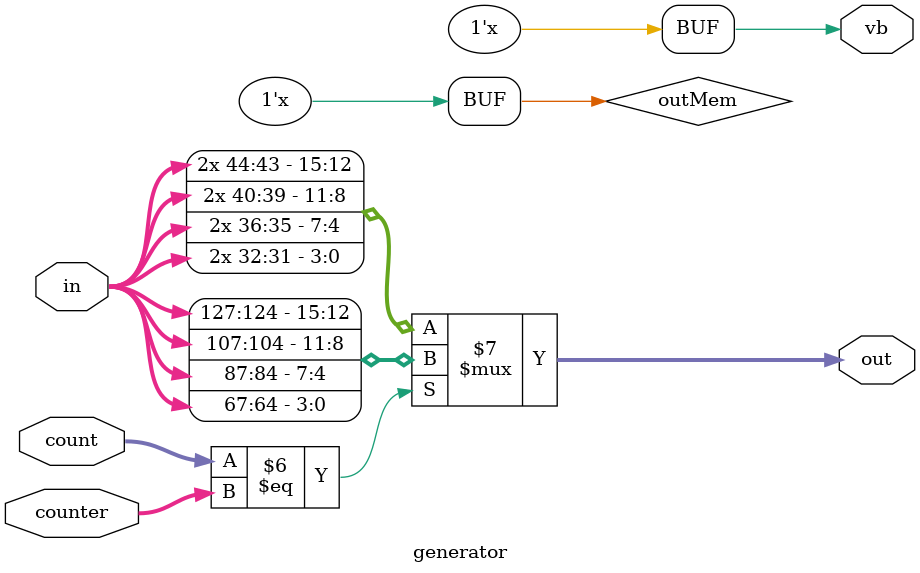
<source format=v>
`timescale 1ns/1ps

module vga(clk);
   input clk;
   wire [16-1:0] result[1024-1:0];
   reg [144-1:0] memory [1024-1:0];
   reg [32-1:0]  counter;
   wire 	 vb [1024-1:0];
   reg [16-1:0]  graphicsMem [1024-1:0];

   integer 	 write_file;
   integer 	 read_data;
   
   generator gn817 (memory[817], 817, counter, result[817], vb[817]);
   generator gn620 (memory[620], 620, counter, result[620], vb[620]);
   generator gn293 (memory[293], 293, counter, result[293], vb[293]);
   generator gn712 (memory[712], 712, counter, result[712], vb[712]);
   generator gn35 (memory[35], 35, counter, result[35], vb[35]);
   generator gn673 (memory[673], 673, counter, result[673], vb[673]);
   generator gn601 (memory[601], 601, counter, result[601], vb[601]);
   generator gn517 (memory[517], 517, counter, result[517], vb[517]);
   generator gn200 (memory[200], 200, counter, result[200], vb[200]);
   generator gn431 (memory[431], 431, counter, result[431], vb[431]);
   generator gn950 (memory[950], 950, counter, result[950], vb[950]);
   generator gn183 (memory[183], 183, counter, result[183], vb[183]);
   generator gn276 (memory[276], 276, counter, result[276], vb[276]);
   generator gn441 (memory[441], 441, counter, result[441], vb[441]);
   generator gn584 (memory[584], 584, counter, result[584], vb[584]);
   generator gn467 (memory[467], 467, counter, result[467], vb[467]);
   generator gn839 (memory[839], 839, counter, result[839], vb[839]);
   generator gn104 (memory[104], 104, counter, result[104], vb[104]);
   generator gn331 (memory[331], 331, counter, result[331], vb[331]);
   generator gn529 (memory[529], 529, counter, result[529], vb[529]);
   generator gn49 (memory[49], 49, counter, result[49], vb[49]);
   generator gn22 (memory[22], 22, counter, result[22], vb[22]);
   generator gn451 (memory[451], 451, counter, result[451], vb[451]);
   generator gn1008 (memory[1008], 1008, counter, result[1008], vb[1008]);
   generator gn685 (memory[685], 685, counter, result[685], vb[685]);
   generator gn297 (memory[297], 297, counter, result[297], vb[297]);
   generator gn343 (memory[343], 343, counter, result[343], vb[343]);
   generator gn579 (memory[579], 579, counter, result[579], vb[579]);
   generator gn701 (memory[701], 701, counter, result[701], vb[701]);
   generator gn1012 (memory[1012], 1012, counter, result[1012], vb[1012]);
   generator gn1013 (memory[1013], 1013, counter, result[1013], vb[1013]);
   generator gn439 (memory[439], 439, counter, result[439], vb[439]);
   generator gn391 (memory[391], 391, counter, result[391], vb[391]);
   generator gn981 (memory[981], 981, counter, result[981], vb[981]);
   generator gn889 (memory[889], 889, counter, result[889], vb[889]);
   generator gn305 (memory[305], 305, counter, result[305], vb[305]);
   generator gn105 (memory[105], 105, counter, result[105], vb[105]);
   generator gn187 (memory[187], 187, counter, result[187], vb[187]);
   generator gn616 (memory[616], 616, counter, result[616], vb[616]);
   generator gn569 (memory[569], 569, counter, result[569], vb[569]);
   generator gn154 (memory[154], 154, counter, result[154], vb[154]);
   generator gn476 (memory[476], 476, counter, result[476], vb[476]);
   generator gn54 (memory[54], 54, counter, result[54], vb[54]);
   generator gn468 (memory[468], 468, counter, result[468], vb[468]);
   generator gn629 (memory[629], 629, counter, result[629], vb[629]);
   generator gn648 (memory[648], 648, counter, result[648], vb[648]);
   generator gn100 (memory[100], 100, counter, result[100], vb[100]);
   generator gn850 (memory[850], 850, counter, result[850], vb[850]);
   generator gn888 (memory[888], 888, counter, result[888], vb[888]);
   generator gn376 (memory[376], 376, counter, result[376], vb[376]);
   generator gn434 (memory[434], 434, counter, result[434], vb[434]);
   generator gn955 (memory[955], 955, counter, result[955], vb[955]);
   generator gn273 (memory[273], 273, counter, result[273], vb[273]);
   generator gn463 (memory[463], 463, counter, result[463], vb[463]);
   generator gn157 (memory[157], 157, counter, result[157], vb[157]);
   generator gn635 (memory[635], 635, counter, result[635], vb[635]);
   generator gn968 (memory[968], 968, counter, result[968], vb[968]);
   generator gn291 (memory[291], 291, counter, result[291], vb[291]);
   generator gn493 (memory[493], 493, counter, result[493], vb[493]);
   generator gn934 (memory[934], 934, counter, result[934], vb[934]);
   generator gn113 (memory[113], 113, counter, result[113], vb[113]);
   generator gn289 (memory[289], 289, counter, result[289], vb[289]);
   generator gn651 (memory[651], 651, counter, result[651], vb[651]);
   generator gn38 (memory[38], 38, counter, result[38], vb[38]);
   generator gn900 (memory[900], 900, counter, result[900], vb[900]);
   generator gn724 (memory[724], 724, counter, result[724], vb[724]);
   generator gn292 (memory[292], 292, counter, result[292], vb[292]);
   generator gn713 (memory[713], 713, counter, result[713], vb[713]);
   generator gn162 (memory[162], 162, counter, result[162], vb[162]);
   generator gn102 (memory[102], 102, counter, result[102], vb[102]);
   generator gn248 (memory[248], 248, counter, result[248], vb[248]);
   generator gn284 (memory[284], 284, counter, result[284], vb[284]);
   generator gn76 (memory[76], 76, counter, result[76], vb[76]);
   generator gn811 (memory[811], 811, counter, result[811], vb[811]);
   generator gn473 (memory[473], 473, counter, result[473], vb[473]);
   generator gn645 (memory[645], 645, counter, result[645], vb[645]);
   generator gn678 (memory[678], 678, counter, result[678], vb[678]);
   generator gn650 (memory[650], 650, counter, result[650], vb[650]);
   generator gn985 (memory[985], 985, counter, result[985], vb[985]);
   generator gn769 (memory[769], 769, counter, result[769], vb[769]);
   generator gn536 (memory[536], 536, counter, result[536], vb[536]);
   generator gn935 (memory[935], 935, counter, result[935], vb[935]);
   generator gn406 (memory[406], 406, counter, result[406], vb[406]);
   generator gn423 (memory[423], 423, counter, result[423], vb[423]);
   generator gn1021 (memory[1021], 1021, counter, result[1021], vb[1021]);
   generator gn967 (memory[967], 967, counter, result[967], vb[967]);
   generator gn37 (memory[37], 37, counter, result[37], vb[37]);
   generator gn1023 (memory[1023], 1023, counter, result[1023], vb[1023]);
   generator gn840 (memory[840], 840, counter, result[840], vb[840]);
   generator gn345 (memory[345], 345, counter, result[345], vb[345]);
   generator gn774 (memory[774], 774, counter, result[774], vb[774]);
   generator gn45 (memory[45], 45, counter, result[45], vb[45]);
   generator gn181 (memory[181], 181, counter, result[181], vb[181]);
   generator gn412 (memory[412], 412, counter, result[412], vb[412]);
   generator gn554 (memory[554], 554, counter, result[554], vb[554]);
   generator gn311 (memory[311], 311, counter, result[311], vb[311]);
   generator gn384 (memory[384], 384, counter, result[384], vb[384]);
   generator gn137 (memory[137], 137, counter, result[137], vb[137]);
   generator gn956 (memory[956], 956, counter, result[956], vb[956]);
   generator gn808 (memory[808], 808, counter, result[808], vb[808]);
   generator gn469 (memory[469], 469, counter, result[469], vb[469]);
   generator gn46 (memory[46], 46, counter, result[46], vb[46]);
   generator gn542 (memory[542], 542, counter, result[542], vb[542]);
   generator gn675 (memory[675], 675, counter, result[675], vb[675]);
   generator gn775 (memory[775], 775, counter, result[775], vb[775]);
   generator gn921 (memory[921], 921, counter, result[921], vb[921]);
   generator gn156 (memory[156], 156, counter, result[156], vb[156]);
   generator gn462 (memory[462], 462, counter, result[462], vb[462]);
   generator gn903 (memory[903], 903, counter, result[903], vb[903]);
   generator gn127 (memory[127], 127, counter, result[127], vb[127]);
   generator gn454 (memory[454], 454, counter, result[454], vb[454]);
   generator gn730 (memory[730], 730, counter, result[730], vb[730]);
   generator gn40 (memory[40], 40, counter, result[40], vb[40]);
   generator gn595 (memory[595], 595, counter, result[595], vb[595]);
   generator gn931 (memory[931], 931, counter, result[931], vb[931]);
   generator gn617 (memory[617], 617, counter, result[617], vb[617]);
   generator gn298 (memory[298], 298, counter, result[298], vb[298]);
   generator gn2 (memory[2], 2, counter, result[2], vb[2]);
   generator gn315 (memory[315], 315, counter, result[315], vb[315]);
   generator gn942 (memory[942], 942, counter, result[942], vb[942]);
   generator gn394 (memory[394], 394, counter, result[394], vb[394]);
   generator gn729 (memory[729], 729, counter, result[729], vb[729]);
   generator gn503 (memory[503], 503, counter, result[503], vb[503]);
   generator gn122 (memory[122], 122, counter, result[122], vb[122]);
   generator gn97 (memory[97], 97, counter, result[97], vb[97]);
   generator gn225 (memory[225], 225, counter, result[225], vb[225]);
   generator gn470 (memory[470], 470, counter, result[470], vb[470]);
   generator gn717 (memory[717], 717, counter, result[717], vb[717]);
   generator gn84 (memory[84], 84, counter, result[84], vb[84]);
   generator gn109 (memory[109], 109, counter, result[109], vb[109]);
   generator gn649 (memory[649], 649, counter, result[649], vb[649]);
   generator gn797 (memory[797], 797, counter, result[797], vb[797]);
   generator gn692 (memory[692], 692, counter, result[692], vb[692]);
   generator gn1005 (memory[1005], 1005, counter, result[1005], vb[1005]);
   generator gn247 (memory[247], 247, counter, result[247], vb[247]);
   generator gn844 (memory[844], 844, counter, result[844], vb[844]);
   generator gn933 (memory[933], 933, counter, result[933], vb[933]);
   generator gn31 (memory[31], 31, counter, result[31], vb[31]);
   generator gn705 (memory[705], 705, counter, result[705], vb[705]);
   generator gn904 (memory[904], 904, counter, result[904], vb[904]);
   generator gn1 (memory[1], 1, counter, result[1], vb[1]);
   generator gn101 (memory[101], 101, counter, result[101], vb[101]);
   generator gn23 (memory[23], 23, counter, result[23], vb[23]);
   generator gn515 (memory[515], 515, counter, result[515], vb[515]);
   generator gn943 (memory[943], 943, counter, result[943], vb[943]);
   generator gn27 (memory[27], 27, counter, result[27], vb[27]);
   generator gn758 (memory[758], 758, counter, result[758], vb[758]);
   generator gn203 (memory[203], 203, counter, result[203], vb[203]);
   generator gn372 (memory[372], 372, counter, result[372], vb[372]);
   generator gn992 (memory[992], 992, counter, result[992], vb[992]);
   generator gn175 (memory[175], 175, counter, result[175], vb[175]);
   generator gn498 (memory[498], 498, counter, result[498], vb[498]);
   generator gn519 (memory[519], 519, counter, result[519], vb[519]);
   generator gn228 (memory[228], 228, counter, result[228], vb[228]);
   generator gn874 (memory[874], 874, counter, result[874], vb[874]);
   generator gn897 (memory[897], 897, counter, result[897], vb[897]);
   generator gn777 (memory[777], 777, counter, result[777], vb[777]);
   generator gn731 (memory[731], 731, counter, result[731], vb[731]);
   generator gn513 (memory[513], 513, counter, result[513], vb[513]);
   generator gn668 (memory[668], 668, counter, result[668], vb[668]);
   generator gn546 (memory[546], 546, counter, result[546], vb[546]);
   generator gn671 (memory[671], 671, counter, result[671], vb[671]);
   generator gn1018 (memory[1018], 1018, counter, result[1018], vb[1018]);
   generator gn226 (memory[226], 226, counter, result[226], vb[226]);
   generator gn218 (memory[218], 218, counter, result[218], vb[218]);
   generator gn9 (memory[9], 9, counter, result[9], vb[9]);
   generator gn405 (memory[405], 405, counter, result[405], vb[405]);
   generator gn737 (memory[737], 737, counter, result[737], vb[737]);
   generator gn359 (memory[359], 359, counter, result[359], vb[359]);
   generator gn908 (memory[908], 908, counter, result[908], vb[908]);
   generator gn804 (memory[804], 804, counter, result[804], vb[804]);
   generator gn161 (memory[161], 161, counter, result[161], vb[161]);
   generator gn784 (memory[784], 784, counter, result[784], vb[784]);
   generator gn208 (memory[208], 208, counter, result[208], vb[208]);
   generator gn929 (memory[929], 929, counter, result[929], vb[929]);
   generator gn680 (memory[680], 680, counter, result[680], vb[680]);
   generator gn504 (memory[504], 504, counter, result[504], vb[504]);
   generator gn590 (memory[590], 590, counter, result[590], vb[590]);
   generator gn361 (memory[361], 361, counter, result[361], vb[361]);
   generator gn899 (memory[899], 899, counter, result[899], vb[899]);
   generator gn711 (memory[711], 711, counter, result[711], vb[711]);
   generator gn374 (memory[374], 374, counter, result[374], vb[374]);
   generator gn354 (memory[354], 354, counter, result[354], vb[354]);
   generator gn172 (memory[172], 172, counter, result[172], vb[172]);
   generator gn789 (memory[789], 789, counter, result[789], vb[789]);
   generator gn344 (memory[344], 344, counter, result[344], vb[344]);
   generator gn255 (memory[255], 255, counter, result[255], vb[255]);
   generator gn336 (memory[336], 336, counter, result[336], vb[336]);
   generator gn571 (memory[571], 571, counter, result[571], vb[571]);
   generator gn858 (memory[858], 858, counter, result[858], vb[858]);
   generator gn316 (memory[316], 316, counter, result[316], vb[316]);
   generator gn232 (memory[232], 232, counter, result[232], vb[232]);
   generator gn767 (memory[767], 767, counter, result[767], vb[767]);
   generator gn220 (memory[220], 220, counter, result[220], vb[220]);
   generator gn939 (memory[939], 939, counter, result[939], vb[939]);
   generator gn977 (memory[977], 977, counter, result[977], vb[977]);
   generator gn174 (memory[174], 174, counter, result[174], vb[174]);
   generator gn360 (memory[360], 360, counter, result[360], vb[360]);
   generator gn303 (memory[303], 303, counter, result[303], vb[303]);
   generator gn998 (memory[998], 998, counter, result[998], vb[998]);
   generator gn93 (memory[93], 93, counter, result[93], vb[93]);
   generator gn204 (memory[204], 204, counter, result[204], vb[204]);
   generator gn90 (memory[90], 90, counter, result[90], vb[90]);
   generator gn854 (memory[854], 854, counter, result[854], vb[854]);
   generator gn395 (memory[395], 395, counter, result[395], vb[395]);
   generator gn237 (memory[237], 237, counter, result[237], vb[237]);
   generator gn823 (memory[823], 823, counter, result[823], vb[823]);
   generator gn263 (memory[263], 263, counter, result[263], vb[263]);
   generator gn990 (memory[990], 990, counter, result[990], vb[990]);
   generator gn560 (memory[560], 560, counter, result[560], vb[560]);
   generator gn734 (memory[734], 734, counter, result[734], vb[734]);
   generator gn852 (memory[852], 852, counter, result[852], vb[852]);
   generator gn885 (memory[885], 885, counter, result[885], vb[885]);
   generator gn790 (memory[790], 790, counter, result[790], vb[790]);
   generator gn318 (memory[318], 318, counter, result[318], vb[318]);
   generator gn941 (memory[941], 941, counter, result[941], vb[941]);
   generator gn766 (memory[766], 766, counter, result[766], vb[766]);
   generator gn791 (memory[791], 791, counter, result[791], vb[791]);
   generator gn526 (memory[526], 526, counter, result[526], vb[526]);
   generator gn953 (memory[953], 953, counter, result[953], vb[953]);
   generator gn991 (memory[991], 991, counter, result[991], vb[991]);
   generator gn785 (memory[785], 785, counter, result[785], vb[785]);
   generator gn902 (memory[902], 902, counter, result[902], vb[902]);
   generator gn975 (memory[975], 975, counter, result[975], vb[975]);
   generator gn857 (memory[857], 857, counter, result[857], vb[857]);
   generator gn15 (memory[15], 15, counter, result[15], vb[15]);
   generator gn495 (memory[495], 495, counter, result[495], vb[495]);
   generator gn160 (memory[160], 160, counter, result[160], vb[160]);
   generator gn346 (memory[346], 346, counter, result[346], vb[346]);
   generator gn786 (memory[786], 786, counter, result[786], vb[786]);
   generator gn656 (memory[656], 656, counter, result[656], vb[656]);
   generator gn29 (memory[29], 29, counter, result[29], vb[29]);
   generator gn142 (memory[142], 142, counter, result[142], vb[142]);
   generator gn756 (memory[756], 756, counter, result[756], vb[756]);
   generator gn572 (memory[572], 572, counter, result[572], vb[572]);
   generator gn793 (memory[793], 793, counter, result[793], vb[793]);
   generator gn715 (memory[715], 715, counter, result[715], vb[715]);
   generator gn838 (memory[838], 838, counter, result[838], vb[838]);
   generator gn1010 (memory[1010], 1010, counter, result[1010], vb[1010]);
   generator gn832 (memory[832], 832, counter, result[832], vb[832]);
   generator gn433 (memory[433], 433, counter, result[433], vb[433]);
   generator gn720 (memory[720], 720, counter, result[720], vb[720]);
   generator gn851 (memory[851], 851, counter, result[851], vb[851]);
   generator gn566 (memory[566], 566, counter, result[566], vb[566]);
   generator gn849 (memory[849], 849, counter, result[849], vb[849]);
   generator gn231 (memory[231], 231, counter, result[231], vb[231]);
   generator gn216 (memory[216], 216, counter, result[216], vb[216]);
   generator gn794 (memory[794], 794, counter, result[794], vb[794]);
   generator gn474 (memory[474], 474, counter, result[474], vb[474]);
   generator gn841 (memory[841], 841, counter, result[841], vb[841]);
   generator gn171 (memory[171], 171, counter, result[171], vb[171]);
   generator gn927 (memory[927], 927, counter, result[927], vb[927]);
   generator gn690 (memory[690], 690, counter, result[690], vb[690]);
   generator gn835 (memory[835], 835, counter, result[835], vb[835]);
   generator gn383 (memory[383], 383, counter, result[383], vb[383]);
   generator gn99 (memory[99], 99, counter, result[99], vb[99]);
   generator gn613 (memory[613], 613, counter, result[613], vb[613]);
   generator gn0 (memory[0], 0, counter, result[0], vb[0]);
   generator gn780 (memory[780], 780, counter, result[780], vb[780]);
   generator gn482 (memory[482], 482, counter, result[482], vb[482]);
   generator gn347 (memory[347], 347, counter, result[347], vb[347]);
   generator gn337 (memory[337], 337, counter, result[337], vb[337]);
   generator gn938 (memory[938], 938, counter, result[938], vb[938]);
   generator gn700 (memory[700], 700, counter, result[700], vb[700]);
   generator gn615 (memory[615], 615, counter, result[615], vb[615]);
   generator gn487 (memory[487], 487, counter, result[487], vb[487]);
   generator gn159 (memory[159], 159, counter, result[159], vb[159]);
   generator gn322 (memory[322], 322, counter, result[322], vb[322]);
   generator gn96 (memory[96], 96, counter, result[96], vb[96]);
   generator gn708 (memory[708], 708, counter, result[708], vb[708]);
   generator gn703 (memory[703], 703, counter, result[703], vb[703]);
   generator gn271 (memory[271], 271, counter, result[271], vb[271]);
   generator gn867 (memory[867], 867, counter, result[867], vb[867]);
   generator gn274 (memory[274], 274, counter, result[274], vb[274]);
   generator gn637 (memory[637], 637, counter, result[637], vb[637]);
   generator gn98 (memory[98], 98, counter, result[98], vb[98]);
   generator gn327 (memory[327], 327, counter, result[327], vb[327]);
   generator gn864 (memory[864], 864, counter, result[864], vb[864]);
   generator gn779 (memory[779], 779, counter, result[779], vb[779]);
   generator gn1020 (memory[1020], 1020, counter, result[1020], vb[1020]);
   generator gn866 (memory[866], 866, counter, result[866], vb[866]);
   generator gn414 (memory[414], 414, counter, result[414], vb[414]);
   generator gn432 (memory[432], 432, counter, result[432], vb[432]);
   generator gn805 (memory[805], 805, counter, result[805], vb[805]);
   generator gn833 (memory[833], 833, counter, result[833], vb[833]);
   generator gn143 (memory[143], 143, counter, result[143], vb[143]);
   generator gn633 (memory[633], 633, counter, result[633], vb[633]);
   generator gn847 (memory[847], 847, counter, result[847], vb[847]);
   generator gn449 (memory[449], 449, counter, result[449], vb[449]);
   generator gn746 (memory[746], 746, counter, result[746], vb[746]);
   generator gn81 (memory[81], 81, counter, result[81], vb[81]);
   generator gn642 (memory[642], 642, counter, result[642], vb[642]);
   generator gn599 (memory[599], 599, counter, result[599], vb[599]);
   generator gn920 (memory[920], 920, counter, result[920], vb[920]);
   generator gn267 (memory[267], 267, counter, result[267], vb[267]);
   generator gn557 (memory[557], 557, counter, result[557], vb[557]);
   generator gn951 (memory[951], 951, counter, result[951], vb[951]);
   generator gn883 (memory[883], 883, counter, result[883], vb[883]);
   generator gn585 (memory[585], 585, counter, result[585], vb[585]);
   generator gn120 (memory[120], 120, counter, result[120], vb[120]);
   generator gn188 (memory[188], 188, counter, result[188], vb[188]);
   generator gn3 (memory[3], 3, counter, result[3], vb[3]);
   generator gn600 (memory[600], 600, counter, result[600], vb[600]);
   generator gn676 (memory[676], 676, counter, result[676], vb[676]);
   generator gn916 (memory[916], 916, counter, result[916], vb[916]);
   generator gn444 (memory[444], 444, counter, result[444], vb[444]);
   generator gn80 (memory[80], 80, counter, result[80], vb[80]);
   generator gn223 (memory[223], 223, counter, result[223], vb[223]);
   generator gn568 (memory[568], 568, counter, result[568], vb[568]);
   generator gn295 (memory[295], 295, counter, result[295], vb[295]);
   generator gn438 (memory[438], 438, counter, result[438], vb[438]);
   generator gn402 (memory[402], 402, counter, result[402], vb[402]);
   generator gn755 (memory[755], 755, counter, result[755], vb[755]);
   generator gn26 (memory[26], 26, counter, result[26], vb[26]);
   generator gn69 (memory[69], 69, counter, result[69], vb[69]);
   generator gn550 (memory[550], 550, counter, result[550], vb[550]);
   generator gn828 (memory[828], 828, counter, result[828], vb[828]);
   generator gn329 (memory[329], 329, counter, result[329], vb[329]);
   generator gn340 (memory[340], 340, counter, result[340], vb[340]);
   generator gn198 (memory[198], 198, counter, result[198], vb[198]);
   generator gn625 (memory[625], 625, counter, result[625], vb[625]);
   generator gn268 (memory[268], 268, counter, result[268], vb[268]);
   generator gn68 (memory[68], 68, counter, result[68], vb[68]);
   generator gn456 (memory[456], 456, counter, result[456], vb[456]);
   generator gn338 (memory[338], 338, counter, result[338], vb[338]);
   generator gn310 (memory[310], 310, counter, result[310], vb[310]);
   generator gn499 (memory[499], 499, counter, result[499], vb[499]);
   generator gn508 (memory[508], 508, counter, result[508], vb[508]);
   generator gn13 (memory[13], 13, counter, result[13], vb[13]);
   generator gn108 (memory[108], 108, counter, result[108], vb[108]);
   generator gn400 (memory[400], 400, counter, result[400], vb[400]);
   generator gn34 (memory[34], 34, counter, result[34], vb[34]);
   generator gn119 (memory[119], 119, counter, result[119], vb[119]);
   generator gn646 (memory[646], 646, counter, result[646], vb[646]);
   generator gn528 (memory[528], 528, counter, result[528], vb[528]);
   generator gn328 (memory[328], 328, counter, result[328], vb[328]);
   generator gn604 (memory[604], 604, counter, result[604], vb[604]);
   generator gn124 (memory[124], 124, counter, result[124], vb[124]);
   generator gn527 (memory[527], 527, counter, result[527], vb[527]);
   generator gn472 (memory[472], 472, counter, result[472], vb[472]);
   generator gn207 (memory[207], 207, counter, result[207], vb[207]);
   generator gn75 (memory[75], 75, counter, result[75], vb[75]);
   generator gn699 (memory[699], 699, counter, result[699], vb[699]);
   generator gn241 (memory[241], 241, counter, result[241], vb[241]);
   generator gn578 (memory[578], 578, counter, result[578], vb[578]);
   generator gn73 (memory[73], 73, counter, result[73], vb[73]);
   generator gn996 (memory[996], 996, counter, result[996], vb[996]);
   generator gn130 (memory[130], 130, counter, result[130], vb[130]);
   generator gn121 (memory[121], 121, counter, result[121], vb[121]);
   generator gn984 (memory[984], 984, counter, result[984], vb[984]);
   generator gn86 (memory[86], 86, counter, result[86], vb[86]);
   generator gn63 (memory[63], 63, counter, result[63], vb[63]);
   generator gn597 (memory[597], 597, counter, result[597], vb[597]);
   generator gn684 (memory[684], 684, counter, result[684], vb[684]);
   generator gn184 (memory[184], 184, counter, result[184], vb[184]);
   generator gn14 (memory[14], 14, counter, result[14], vb[14]);
   generator gn326 (memory[326], 326, counter, result[326], vb[326]);
   generator gn365 (memory[365], 365, counter, result[365], vb[365]);
   generator gn845 (memory[845], 845, counter, result[845], vb[845]);
   generator gn380 (memory[380], 380, counter, result[380], vb[380]);
   generator gn370 (memory[370], 370, counter, result[370], vb[370]);
   generator gn25 (memory[25], 25, counter, result[25], vb[25]);
   generator gn562 (memory[562], 562, counter, result[562], vb[562]);
   generator gn364 (memory[364], 364, counter, result[364], vb[364]);
   generator gn919 (memory[919], 919, counter, result[919], vb[919]);
   generator gn702 (memory[702], 702, counter, result[702], vb[702]);
   generator gn424 (memory[424], 424, counter, result[424], vb[424]);
   generator gn362 (memory[362], 362, counter, result[362], vb[362]);
   generator gn693 (memory[693], 693, counter, result[693], vb[693]);
   generator gn957 (memory[957], 957, counter, result[957], vb[957]);
   generator gn420 (memory[420], 420, counter, result[420], vb[420]);
   generator gn825 (memory[825], 825, counter, result[825], vb[825]);
   generator gn398 (memory[398], 398, counter, result[398], vb[398]);
   generator gn94 (memory[94], 94, counter, result[94], vb[94]);
   generator gn138 (memory[138], 138, counter, result[138], vb[138]);
   generator gn489 (memory[489], 489, counter, result[489], vb[489]);
   generator gn773 (memory[773], 773, counter, result[773], vb[773]);
   generator gn771 (memory[771], 771, counter, result[771], vb[771]);
   generator gn357 (memory[357], 357, counter, result[357], vb[357]);
   generator gn843 (memory[843], 843, counter, result[843], vb[843]);
   generator gn707 (memory[707], 707, counter, result[707], vb[707]);
   generator gn483 (memory[483], 483, counter, result[483], vb[483]);
   generator gn638 (memory[638], 638, counter, result[638], vb[638]);
   generator gn182 (memory[182], 182, counter, result[182], vb[182]);
   generator gn43 (memory[43], 43, counter, result[43], vb[43]);
   generator gn619 (memory[619], 619, counter, result[619], vb[619]);
   generator gn275 (memory[275], 275, counter, result[275], vb[275]);
   generator gn453 (memory[453], 453, counter, result[453], vb[453]);
   generator gn719 (memory[719], 719, counter, result[719], vb[719]);
   generator gn577 (memory[577], 577, counter, result[577], vb[577]);
   generator gn588 (memory[588], 588, counter, result[588], vb[588]);
   generator gn926 (memory[926], 926, counter, result[926], vb[926]);
   generator gn622 (memory[622], 622, counter, result[622], vb[622]);
   generator gn309 (memory[309], 309, counter, result[309], vb[309]);
   generator gn873 (memory[873], 873, counter, result[873], vb[873]);
   generator gn1004 (memory[1004], 1004, counter, result[1004], vb[1004]);
   generator gn681 (memory[681], 681, counter, result[681], vb[681]);
   generator gn792 (memory[792], 792, counter, result[792], vb[792]);
   generator gn56 (memory[56], 56, counter, result[56], vb[56]);
   generator gn537 (memory[537], 537, counter, result[537], vb[537]);
   generator gn466 (memory[466], 466, counter, result[466], vb[466]);
   generator gn547 (memory[547], 547, counter, result[547], vb[547]);
   generator gn575 (memory[575], 575, counter, result[575], vb[575]);
   generator gn661 (memory[661], 661, counter, result[661], vb[661]);
   generator gn753 (memory[753], 753, counter, result[753], vb[753]);
   generator gn33 (memory[33], 33, counter, result[33], vb[33]);
   generator gn603 (memory[603], 603, counter, result[603], vb[603]);
   generator gn728 (memory[728], 728, counter, result[728], vb[728]);
   generator gn683 (memory[683], 683, counter, result[683], vb[683]);
   generator gn66 (memory[66], 66, counter, result[66], vb[66]);
   generator gn135 (memory[135], 135, counter, result[135], vb[135]);
   generator gn219 (memory[219], 219, counter, result[219], vb[219]);
   generator gn229 (memory[229], 229, counter, result[229], vb[229]);
   generator gn389 (memory[389], 389, counter, result[389], vb[389]);
   generator gn725 (memory[725], 725, counter, result[725], vb[725]);
   generator gn260 (memory[260], 260, counter, result[260], vb[260]);
   generator gn923 (memory[923], 923, counter, result[923], vb[923]);
   generator gn189 (memory[189], 189, counter, result[189], vb[189]);
   generator gn733 (memory[733], 733, counter, result[733], vb[733]);
   generator gn227 (memory[227], 227, counter, result[227], vb[227]);
   generator gn659 (memory[659], 659, counter, result[659], vb[659]);
   generator gn787 (memory[787], 787, counter, result[787], vb[787]);
   generator gn679 (memory[679], 679, counter, result[679], vb[679]);
   generator gn492 (memory[492], 492, counter, result[492], vb[492]);
   generator gn732 (memory[732], 732, counter, result[732], vb[732]);
   generator gn279 (memory[279], 279, counter, result[279], vb[279]);
   generator gn893 (memory[893], 893, counter, result[893], vb[893]);
   generator gn802 (memory[802], 802, counter, result[802], vb[802]);
   generator gn30 (memory[30], 30, counter, result[30], vb[30]);
   generator gn1000 (memory[1000], 1000, counter, result[1000], vb[1000]);
   generator gn949 (memory[949], 949, counter, result[949], vb[949]);
   generator gn570 (memory[570], 570, counter, result[570], vb[570]);
   generator gn634 (memory[634], 634, counter, result[634], vb[634]);
   generator gn464 (memory[464], 464, counter, result[464], vb[464]);
   generator gn144 (memory[144], 144, counter, result[144], vb[144]);
   generator gn522 (memory[522], 522, counter, result[522], vb[522]);
   generator gn1014 (memory[1014], 1014, counter, result[1014], vb[1014]);
   generator gn11 (memory[11], 11, counter, result[11], vb[11]);
   generator gn763 (memory[763], 763, counter, result[763], vb[763]);
   generator gn759 (memory[759], 759, counter, result[759], vb[759]);
   generator gn418 (memory[418], 418, counter, result[418], vb[418]);
   generator gn909 (memory[909], 909, counter, result[909], vb[909]);
   generator gn335 (memory[335], 335, counter, result[335], vb[335]);
   generator gn895 (memory[895], 895, counter, result[895], vb[895]);
   generator gn50 (memory[50], 50, counter, result[50], vb[50]);
   generator gn842 (memory[842], 842, counter, result[842], vb[842]);
   generator gn249 (memory[249], 249, counter, result[249], vb[249]);
   generator gn624 (memory[624], 624, counter, result[624], vb[624]);
   generator gn962 (memory[962], 962, counter, result[962], vb[962]);
   generator gn995 (memory[995], 995, counter, result[995], vb[995]);
   generator gn1019 (memory[1019], 1019, counter, result[1019], vb[1019]);
   generator gn16 (memory[16], 16, counter, result[16], vb[16]);
   generator gn12 (memory[12], 12, counter, result[12], vb[12]);
   generator gn17 (memory[17], 17, counter, result[17], vb[17]);
   generator gn290 (memory[290], 290, counter, result[290], vb[290]);
   generator gn770 (memory[770], 770, counter, result[770], vb[770]);
   generator gn299 (memory[299], 299, counter, result[299], vb[299]);
   generator gn698 (memory[698], 698, counter, result[698], vb[698]);
   generator gn913 (memory[913], 913, counter, result[913], vb[913]);
   generator gn153 (memory[153], 153, counter, result[153], vb[153]);
   generator gn349 (memory[349], 349, counter, result[349], vb[349]);
   generator gn521 (memory[521], 521, counter, result[521], vb[521]);
   generator gn605 (memory[605], 605, counter, result[605], vb[605]);
   generator gn915 (memory[915], 915, counter, result[915], vb[915]);
   generator gn59 (memory[59], 59, counter, result[59], vb[59]);
   generator gn627 (memory[627], 627, counter, result[627], vb[627]);
   generator gn125 (memory[125], 125, counter, result[125], vb[125]);
   generator gn381 (memory[381], 381, counter, result[381], vb[381]);
   generator gn74 (memory[74], 74, counter, result[74], vb[74]);
   generator gn691 (memory[691], 691, counter, result[691], vb[691]);
   generator gn917 (memory[917], 917, counter, result[917], vb[917]);
   generator gn288 (memory[288], 288, counter, result[288], vb[288]);
   generator gn740 (memory[740], 740, counter, result[740], vb[740]);
   generator gn325 (memory[325], 325, counter, result[325], vb[325]);
   generator gn567 (memory[567], 567, counter, result[567], vb[567]);
   generator gn1002 (memory[1002], 1002, counter, result[1002], vb[1002]);
   generator gn798 (memory[798], 798, counter, result[798], vb[798]);
   generator gn602 (memory[602], 602, counter, result[602], vb[602]);
   generator gn195 (memory[195], 195, counter, result[195], vb[195]);
   generator gn686 (memory[686], 686, counter, result[686], vb[686]);
   generator gn334 (memory[334], 334, counter, result[334], vb[334]);
   generator gn781 (memory[781], 781, counter, result[781], vb[781]);
   generator gn535 (memory[535], 535, counter, result[535], vb[535]);
   generator gn972 (memory[972], 972, counter, result[972], vb[972]);
   generator gn110 (memory[110], 110, counter, result[110], vb[110]);
   generator gn856 (memory[856], 856, counter, result[856], vb[856]);
   generator gn491 (memory[491], 491, counter, result[491], vb[491]);
   generator gn657 (memory[657], 657, counter, result[657], vb[657]);
   generator gn397 (memory[397], 397, counter, result[397], vb[397]);
   generator gn158 (memory[158], 158, counter, result[158], vb[158]);
   generator gn598 (memory[598], 598, counter, result[598], vb[598]);
   generator gn822 (memory[822], 822, counter, result[822], vb[822]);
   generator gn722 (memory[722], 722, counter, result[722], vb[722]);
   generator gn243 (memory[243], 243, counter, result[243], vb[243]);
   generator gn178 (memory[178], 178, counter, result[178], vb[178]);
   generator gn721 (memory[721], 721, counter, result[721], vb[721]);
   generator gn323 (memory[323], 323, counter, result[323], vb[323]);
   generator gn230 (memory[230], 230, counter, result[230], vb[230]);
   generator gn884 (memory[884], 884, counter, result[884], vb[884]);
   generator gn860 (memory[860], 860, counter, result[860], vb[860]);
   generator gn596 (memory[596], 596, counter, result[596], vb[596]);
   generator gn148 (memory[148], 148, counter, result[148], vb[148]);
   generator gn621 (memory[621], 621, counter, result[621], vb[621]);
   generator gn606 (memory[606], 606, counter, result[606], vb[606]);
   generator gn593 (memory[593], 593, counter, result[593], vb[593]);
   generator gn387 (memory[387], 387, counter, result[387], vb[387]);
   generator gn905 (memory[905], 905, counter, result[905], vb[905]);
   generator gn533 (memory[533], 533, counter, result[533], vb[533]);
   generator gn907 (memory[907], 907, counter, result[907], vb[907]);
   generator gn757 (memory[757], 757, counter, result[757], vb[757]);
   generator gn744 (memory[744], 744, counter, result[744], vb[744]);
   generator gn639 (memory[639], 639, counter, result[639], vb[639]);
   generator gn202 (memory[202], 202, counter, result[202], vb[202]);
   generator gn317 (memory[317], 317, counter, result[317], vb[317]);
   generator gn824 (memory[824], 824, counter, result[824], vb[824]);
   generator gn932 (memory[932], 932, counter, result[932], vb[932]);
   generator gn837 (memory[837], 837, counter, result[837], vb[837]);
   generator gn501 (memory[501], 501, counter, result[501], vb[501]);
   generator gn742 (memory[742], 742, counter, result[742], vb[742]);
   generator gn368 (memory[368], 368, counter, result[368], vb[368]);
   generator gn111 (memory[111], 111, counter, result[111], vb[111]);
   generator gn1001 (memory[1001], 1001, counter, result[1001], vb[1001]);
   generator gn465 (memory[465], 465, counter, result[465], vb[465]);
   generator gn891 (memory[891], 891, counter, result[891], vb[891]);
   generator gn768 (memory[768], 768, counter, result[768], vb[768]);
   generator gn57 (memory[57], 57, counter, result[57], vb[57]);
   generator gn718 (memory[718], 718, counter, result[718], vb[718]);
   generator gn91 (memory[91], 91, counter, result[91], vb[91]);
   generator gn764 (memory[764], 764, counter, result[764], vb[764]);
   generator gn829 (memory[829], 829, counter, result[829], vb[829]);
   generator gn892 (memory[892], 892, counter, result[892], vb[892]);
   generator gn140 (memory[140], 140, counter, result[140], vb[140]);
   generator gn133 (memory[133], 133, counter, result[133], vb[133]);
   generator gn352 (memory[352], 352, counter, result[352], vb[352]);
   generator gn262 (memory[262], 262, counter, result[262], vb[262]);
   generator gn868 (memory[868], 868, counter, result[868], vb[868]);
   generator gn296 (memory[296], 296, counter, result[296], vb[296]);
   generator gn191 (memory[191], 191, counter, result[191], vb[191]);
   generator gn652 (memory[652], 652, counter, result[652], vb[652]);
   generator gn413 (memory[413], 413, counter, result[413], vb[413]);
   generator gn437 (memory[437], 437, counter, result[437], vb[437]);
   generator gn944 (memory[944], 944, counter, result[944], vb[944]);
   generator gn694 (memory[694], 694, counter, result[694], vb[694]);
   generator gn67 (memory[67], 67, counter, result[67], vb[67]);
   generator gn509 (memory[509], 509, counter, result[509], vb[509]);
   generator gn60 (memory[60], 60, counter, result[60], vb[60]);
   generator gn806 (memory[806], 806, counter, result[806], vb[806]);
   generator gn490 (memory[490], 490, counter, result[490], vb[490]);
   generator gn155 (memory[155], 155, counter, result[155], vb[155]);
   generator gn882 (memory[882], 882, counter, result[882], vb[882]);
   generator gn427 (memory[427], 427, counter, result[427], vb[427]);
   generator gn475 (memory[475], 475, counter, result[475], vb[475]);
   generator gn319 (memory[319], 319, counter, result[319], vb[319]);
   generator gn282 (memory[282], 282, counter, result[282], vb[282]);
   generator gn820 (memory[820], 820, counter, result[820], vb[820]);
   generator gn435 (memory[435], 435, counter, result[435], vb[435]);
   generator gn314 (memory[314], 314, counter, result[314], vb[314]);
   generator gn485 (memory[485], 485, counter, result[485], vb[485]);
   generator gn252 (memory[252], 252, counter, result[252], vb[252]);
   generator gn886 (memory[886], 886, counter, result[886], vb[886]);
   generator gn880 (memory[880], 880, counter, result[880], vb[880]);
   generator gn266 (memory[266], 266, counter, result[266], vb[266]);
   generator gn644 (memory[644], 644, counter, result[644], vb[644]);
   generator gn876 (memory[876], 876, counter, result[876], vb[876]);
   generator gn206 (memory[206], 206, counter, result[206], vb[206]);
   generator gn312 (memory[312], 312, counter, result[312], vb[312]);
   generator gn628 (memory[628], 628, counter, result[628], vb[628]);
   generator gn280 (memory[280], 280, counter, result[280], vb[280]);
   generator gn970 (memory[970], 970, counter, result[970], vb[970]);
   generator gn150 (memory[150], 150, counter, result[150], vb[150]);
   generator gn630 (memory[630], 630, counter, result[630], vb[630]);
   generator gn457 (memory[457], 457, counter, result[457], vb[457]);
   generator gn163 (memory[163], 163, counter, result[163], vb[163]);
   generator gn269 (memory[269], 269, counter, result[269], vb[269]);
   generator gn24 (memory[24], 24, counter, result[24], vb[24]);
   generator gn834 (memory[834], 834, counter, result[834], vb[834]);
   generator gn862 (memory[862], 862, counter, result[862], vb[862]);
   generator gn674 (memory[674], 674, counter, result[674], vb[674]);
   generator gn87 (memory[87], 87, counter, result[87], vb[87]);
   generator gn541 (memory[541], 541, counter, result[541], vb[541]);
   generator gn146 (memory[146], 146, counter, result[146], vb[146]);
   generator gn386 (memory[386], 386, counter, result[386], vb[386]);
   generator gn419 (memory[419], 419, counter, result[419], vb[419]);
   generator gn28 (memory[28], 28, counter, result[28], vb[28]);
   generator gn612 (memory[612], 612, counter, result[612], vb[612]);
   generator gn747 (memory[747], 747, counter, result[747], vb[747]);
   generator gn129 (memory[129], 129, counter, result[129], vb[129]);
   generator gn180 (memory[180], 180, counter, result[180], vb[180]);
   generator gn741 (memory[741], 741, counter, result[741], vb[741]);
   generator gn179 (memory[179], 179, counter, result[179], vb[179]);
   generator gn523 (memory[523], 523, counter, result[523], vb[523]);
   generator gn62 (memory[62], 62, counter, result[62], vb[62]);
   generator gn430 (memory[430], 430, counter, result[430], vb[430]);
   generator gn251 (memory[251], 251, counter, result[251], vb[251]);
   generator gn479 (memory[479], 479, counter, result[479], vb[479]);
   generator gn199 (memory[199], 199, counter, result[199], vb[199]);
   generator gn478 (memory[478], 478, counter, result[478], vb[478]);
   generator gn669 (memory[669], 669, counter, result[669], vb[669]);
   generator gn460 (memory[460], 460, counter, result[460], vb[460]);
   generator gn392 (memory[392], 392, counter, result[392], vb[392]);
   generator gn662 (memory[662], 662, counter, result[662], vb[662]);
   generator gn170 (memory[170], 170, counter, result[170], vb[170]);
   generator gn425 (memory[425], 425, counter, result[425], vb[425]);
   generator gn898 (memory[898], 898, counter, result[898], vb[898]);
   generator gn870 (memory[870], 870, counter, result[870], vb[870]);
   generator gn548 (memory[548], 548, counter, result[548], vb[548]);
   generator gn581 (memory[581], 581, counter, result[581], vb[581]);
   generator gn813 (memory[813], 813, counter, result[813], vb[813]);
   generator gn388 (memory[388], 388, counter, result[388], vb[388]);
   generator gn436 (memory[436], 436, counter, result[436], vb[436]);
   generator gn245 (memory[245], 245, counter, result[245], vb[245]);
   generator gn881 (memory[881], 881, counter, result[881], vb[881]);
   generator gn167 (memory[167], 167, counter, result[167], vb[167]);
   generator gn173 (memory[173], 173, counter, result[173], vb[173]);
   generator gn442 (memory[442], 442, counter, result[442], vb[442]);
   generator gn525 (memory[525], 525, counter, result[525], vb[525]);
   generator gn363 (memory[363], 363, counter, result[363], vb[363]);
   generator gn826 (memory[826], 826, counter, result[826], vb[826]);
   generator gn211 (memory[211], 211, counter, result[211], vb[211]);
   generator gn608 (memory[608], 608, counter, result[608], vb[608]);
   generator gn914 (memory[914], 914, counter, result[914], vb[914]);
   generator gn408 (memory[408], 408, counter, result[408], vb[408]);
   generator gn186 (memory[186], 186, counter, result[186], vb[186]);
   generator gn399 (memory[399], 399, counter, result[399], vb[399]);
   generator gn507 (memory[507], 507, counter, result[507], vb[507]);
   generator gn936 (memory[936], 936, counter, result[936], vb[936]);
   generator gn422 (memory[422], 422, counter, result[422], vb[422]);
   generator gn300 (memory[300], 300, counter, result[300], vb[300]);
   generator gn302 (memory[302], 302, counter, result[302], vb[302]);
   generator gn118 (memory[118], 118, counter, result[118], vb[118]);
   generator gn209 (memory[209], 209, counter, result[209], vb[209]);
   generator gn974 (memory[974], 974, counter, result[974], vb[974]);
   generator gn879 (memory[879], 879, counter, result[879], vb[879]);
   generator gn896 (memory[896], 896, counter, result[896], vb[896]);
   generator gn993 (memory[993], 993, counter, result[993], vb[993]);
   generator gn286 (memory[286], 286, counter, result[286], vb[286]);
   generator gn654 (memory[654], 654, counter, result[654], vb[654]);
   generator gn440 (memory[440], 440, counter, result[440], vb[440]);
   generator gn107 (memory[107], 107, counter, result[107], vb[107]);
   generator gn735 (memory[735], 735, counter, result[735], vb[735]);
   generator gn250 (memory[250], 250, counter, result[250], vb[250]);
   generator gn871 (memory[871], 871, counter, result[871], vb[871]);
   generator gn976 (memory[976], 976, counter, result[976], vb[976]);
   generator gn117 (memory[117], 117, counter, result[117], vb[117]);
   generator gn356 (memory[356], 356, counter, result[356], vb[356]);
   generator gn92 (memory[92], 92, counter, result[92], vb[92]);
   generator gn505 (memory[505], 505, counter, result[505], vb[505]);
   generator gn783 (memory[783], 783, counter, result[783], vb[783]);
   generator gn809 (memory[809], 809, counter, result[809], vb[809]);
   generator gn246 (memory[246], 246, counter, result[246], vb[246]);
   generator gn382 (memory[382], 382, counter, result[382], vb[382]);
   generator gn589 (memory[589], 589, counter, result[589], vb[589]);
   generator gn994 (memory[994], 994, counter, result[994], vb[994]);
   generator gn304 (memory[304], 304, counter, result[304], vb[304]);
   generator gn760 (memory[760], 760, counter, result[760], vb[760]);
   generator gn78 (memory[78], 78, counter, result[78], vb[78]);
   generator gn410 (memory[410], 410, counter, result[410], vb[410]);
   generator gn390 (memory[390], 390, counter, result[390], vb[390]);
   generator gn48 (memory[48], 48, counter, result[48], vb[48]);
   generator gn89 (memory[89], 89, counter, result[89], vb[89]);
   generator gn201 (memory[201], 201, counter, result[201], vb[201]);
   generator gn869 (memory[869], 869, counter, result[869], vb[869]);
   generator gn831 (memory[831], 831, counter, result[831], vb[831]);
   generator gn894 (memory[894], 894, counter, result[894], vb[894]);
   generator gn149 (memory[149], 149, counter, result[149], vb[149]);
   generator gn971 (memory[971], 971, counter, result[971], vb[971]);
   generator gn865 (memory[865], 865, counter, result[865], vb[865]);
   generator gn928 (memory[928], 928, counter, result[928], vb[928]);
   generator gn369 (memory[369], 369, counter, result[369], vb[369]);
   generator gn52 (memory[52], 52, counter, result[52], vb[52]);
   generator gn6 (memory[6], 6, counter, result[6], vb[6]);
   generator gn565 (memory[565], 565, counter, result[565], vb[565]);
   generator gn979 (memory[979], 979, counter, result[979], vb[979]);
   generator gn743 (memory[743], 743, counter, result[743], vb[743]);
   generator gn177 (memory[177], 177, counter, result[177], vb[177]);
   generator gn655 (memory[655], 655, counter, result[655], vb[655]);
   generator gn812 (memory[812], 812, counter, result[812], vb[812]);
   generator gn277 (memory[277], 277, counter, result[277], vb[277]);
   generator gn846 (memory[846], 846, counter, result[846], vb[846]);
   generator gn341 (memory[341], 341, counter, result[341], vb[341]);
   generator gn853 (memory[853], 853, counter, result[853], vb[853]);
   generator gn819 (memory[819], 819, counter, result[819], vb[819]);
   generator gn945 (memory[945], 945, counter, result[945], vb[945]);
   generator gn1017 (memory[1017], 1017, counter, result[1017], vb[1017]);
   generator gn591 (memory[591], 591, counter, result[591], vb[591]);
   generator gn194 (memory[194], 194, counter, result[194], vb[194]);
   generator gn653 (memory[653], 653, counter, result[653], vb[653]);
   generator gn114 (memory[114], 114, counter, result[114], vb[114]);
   generator gn313 (memory[313], 313, counter, result[313], vb[313]);
   generator gn506 (memory[506], 506, counter, result[506], vb[506]);
   generator gn21 (memory[21], 21, counter, result[21], vb[21]);
   generator gn351 (memory[351], 351, counter, result[351], vb[351]);
   generator gn486 (memory[486], 486, counter, result[486], vb[486]);
   generator gn330 (memory[330], 330, counter, result[330], vb[330]);
   generator gn875 (memory[875], 875, counter, result[875], vb[875]);
   generator gn139 (memory[139], 139, counter, result[139], vb[139]);
   generator gn1011 (memory[1011], 1011, counter, result[1011], vb[1011]);
   generator gn877 (memory[877], 877, counter, result[877], vb[877]);
   generator gn458 (memory[458], 458, counter, result[458], vb[458]);
   generator gn751 (memory[751], 751, counter, result[751], vb[751]);
   generator gn217 (memory[217], 217, counter, result[217], vb[217]);
   generator gn42 (memory[42], 42, counter, result[42], vb[42]);
   generator gn930 (memory[930], 930, counter, result[930], vb[930]);
   generator gn641 (memory[641], 641, counter, result[641], vb[641]);
   generator gn58 (memory[58], 58, counter, result[58], vb[58]);
   generator gn342 (memory[342], 342, counter, result[342], vb[342]);
   generator gn165 (memory[165], 165, counter, result[165], vb[165]);
   generator gn750 (memory[750], 750, counter, result[750], vb[750]);
   generator gn258 (memory[258], 258, counter, result[258], vb[258]);
   generator gn948 (memory[948], 948, counter, result[948], vb[948]);
   generator gn961 (memory[961], 961, counter, result[961], vb[961]);
   generator gn682 (memory[682], 682, counter, result[682], vb[682]);
   generator gn1007 (memory[1007], 1007, counter, result[1007], vb[1007]);
   generator gn265 (memory[265], 265, counter, result[265], vb[265]);
   generator gn709 (memory[709], 709, counter, result[709], vb[709]);
   generator gn978 (memory[978], 978, counter, result[978], vb[978]);
   generator gn726 (memory[726], 726, counter, result[726], vb[726]);
   generator gn497 (memory[497], 497, counter, result[497], vb[497]);
   generator gn695 (memory[695], 695, counter, result[695], vb[695]);
   generator gn355 (memory[355], 355, counter, result[355], vb[355]);
   generator gn510 (memory[510], 510, counter, result[510], vb[510]);
   generator gn511 (memory[511], 511, counter, result[511], vb[511]);
   generator gn987 (memory[987], 987, counter, result[987], vb[987]);
   generator gn555 (memory[555], 555, counter, result[555], vb[555]);
   generator gn714 (memory[714], 714, counter, result[714], vb[714]);
   generator gn10 (memory[10], 10, counter, result[10], vb[10]);
   generator gn666 (memory[666], 666, counter, result[666], vb[666]);
   generator gn72 (memory[72], 72, counter, result[72], vb[72]);
   generator gn320 (memory[320], 320, counter, result[320], vb[320]);
   generator gn278 (memory[278], 278, counter, result[278], vb[278]);
   generator gn379 (memory[379], 379, counter, result[379], vb[379]);
   generator gn549 (memory[549], 549, counter, result[549], vb[549]);
   generator gn339 (memory[339], 339, counter, result[339], vb[339]);
   generator gn7 (memory[7], 7, counter, result[7], vb[7]);
   generator gn53 (memory[53], 53, counter, result[53], vb[53]);
   generator gn164 (memory[164], 164, counter, result[164], vb[164]);
   generator gn321 (memory[321], 321, counter, result[321], vb[321]);
   generator gn401 (memory[401], 401, counter, result[401], vb[401]);
   generator gn242 (memory[242], 242, counter, result[242], vb[242]);
   generator gn71 (memory[71], 71, counter, result[71], vb[71]);
   generator gn285 (memory[285], 285, counter, result[285], vb[285]);
   generator gn272 (memory[272], 272, counter, result[272], vb[272]);
   generator gn965 (memory[965], 965, counter, result[965], vb[965]);
   generator gn367 (memory[367], 367, counter, result[367], vb[367]);
   generator gn958 (memory[958], 958, counter, result[958], vb[958]);
   generator gn611 (memory[611], 611, counter, result[611], vb[611]);
   generator gn1016 (memory[1016], 1016, counter, result[1016], vb[1016]);
   generator gn704 (memory[704], 704, counter, result[704], vb[704]);
   generator gn215 (memory[215], 215, counter, result[215], vb[215]);
   generator gn539 (memory[539], 539, counter, result[539], vb[539]);
   generator gn32 (memory[32], 32, counter, result[32], vb[32]);
   generator gn765 (memory[765], 765, counter, result[765], vb[765]);
   generator gn706 (memory[706], 706, counter, result[706], vb[706]);
   generator gn545 (memory[545], 545, counter, result[545], vb[545]);
   generator gn723 (memory[723], 723, counter, result[723], vb[723]);
   generator gn403 (memory[403], 403, counter, result[403], vb[403]);
   generator gn103 (memory[103], 103, counter, result[103], vb[103]);
   generator gn687 (memory[687], 687, counter, result[687], vb[687]);
   generator gn185 (memory[185], 185, counter, result[185], vb[185]);
   generator gn609 (memory[609], 609, counter, result[609], vb[609]);
   generator gn696 (memory[696], 696, counter, result[696], vb[696]);
   generator gn623 (memory[623], 623, counter, result[623], vb[623]);
   generator gn152 (memory[152], 152, counter, result[152], vb[152]);
   generator gn239 (memory[239], 239, counter, result[239], vb[239]);
   generator gn901 (memory[901], 901, counter, result[901], vb[901]);
   generator gn452 (memory[452], 452, counter, result[452], vb[452]);
   generator gn632 (memory[632], 632, counter, result[632], vb[632]);
   generator gn256 (memory[256], 256, counter, result[256], vb[256]);
   generator gn4 (memory[4], 4, counter, result[4], vb[4]);
   generator gn665 (memory[665], 665, counter, result[665], vb[665]);
   generator gn79 (memory[79], 79, counter, result[79], vb[79]);
   generator gn782 (memory[782], 782, counter, result[782], vb[782]);
   generator gn8 (memory[8], 8, counter, result[8], vb[8]);
   generator gn415 (memory[415], 415, counter, result[415], vb[415]);
   generator gn450 (memory[450], 450, counter, result[450], vb[450]);
   generator gn270 (memory[270], 270, counter, result[270], vb[270]);
   generator gn168 (memory[168], 168, counter, result[168], vb[168]);
   generator gn855 (memory[855], 855, counter, result[855], vb[855]);
   generator gn660 (memory[660], 660, counter, result[660], vb[660]);
   generator gn358 (memory[358], 358, counter, result[358], vb[358]);
   generator gn333 (memory[333], 333, counter, result[333], vb[333]);
   generator gn999 (memory[999], 999, counter, result[999], vb[999]);
   generator gn421 (memory[421], 421, counter, result[421], vb[421]);
   generator gn253 (memory[253], 253, counter, result[253], vb[253]);
   generator gn959 (memory[959], 959, counter, result[959], vb[959]);
   generator gn963 (memory[963], 963, counter, result[963], vb[963]);
   generator gn106 (memory[106], 106, counter, result[106], vb[106]);
   generator gn997 (memory[997], 997, counter, result[997], vb[997]);
   generator gn407 (memory[407], 407, counter, result[407], vb[407]);
   generator gn583 (memory[583], 583, counter, result[583], vb[583]);
   generator gn85 (memory[85], 85, counter, result[85], vb[85]);
   generator gn553 (memory[553], 553, counter, result[553], vb[553]);
   generator gn836 (memory[836], 836, counter, result[836], vb[836]);
   generator gn827 (memory[827], 827, counter, result[827], vb[827]);
   generator gn396 (memory[396], 396, counter, result[396], vb[396]);
   generator gn197 (memory[197], 197, counter, result[197], vb[197]);
   generator gn626 (memory[626], 626, counter, result[626], vb[626]);
   generator gn573 (memory[573], 573, counter, result[573], vb[573]);
   generator gn190 (memory[190], 190, counter, result[190], vb[190]);
   generator gn88 (memory[88], 88, counter, result[88], vb[88]);
   generator gn736 (memory[736], 736, counter, result[736], vb[736]);
   generator gn417 (memory[417], 417, counter, result[417], vb[417]);
   generator gn134 (memory[134], 134, counter, result[134], vb[134]);
   generator gn283 (memory[283], 283, counter, result[283], vb[283]);
   generator gn132 (memory[132], 132, counter, result[132], vb[132]);
   generator gn814 (memory[814], 814, counter, result[814], vb[814]);
   generator gn552 (memory[552], 552, counter, result[552], vb[552]);
   generator gn82 (memory[82], 82, counter, result[82], vb[82]);
   generator gn818 (memory[818], 818, counter, result[818], vb[818]);
   generator gn236 (memory[236], 236, counter, result[236], vb[236]);
   generator gn196 (memory[196], 196, counter, result[196], vb[196]);
   generator gn224 (memory[224], 224, counter, result[224], vb[224]);
   generator gn796 (memory[796], 796, counter, result[796], vb[796]);
   generator gn1015 (memory[1015], 1015, counter, result[1015], vb[1015]);
   generator gn5 (memory[5], 5, counter, result[5], vb[5]);
   generator gn592 (memory[592], 592, counter, result[592], vb[592]);
   generator gn689 (memory[689], 689, counter, result[689], vb[689]);
   generator gn1006 (memory[1006], 1006, counter, result[1006], vb[1006]);
   generator gn471 (memory[471], 471, counter, result[471], vb[471]);
   generator gn366 (memory[366], 366, counter, result[366], vb[366]);
   generator gn301 (memory[301], 301, counter, result[301], vb[301]);
   generator gn739 (memory[739], 739, counter, result[739], vb[739]);
   generator gn745 (memory[745], 745, counter, result[745], vb[745]);
   generator gn848 (memory[848], 848, counter, result[848], vb[848]);
   generator gn193 (memory[193], 193, counter, result[193], vb[193]);
   generator gn952 (memory[952], 952, counter, result[952], vb[952]);
   generator gn461 (memory[461], 461, counter, result[461], vb[461]);
   generator gn807 (memory[807], 807, counter, result[807], vb[807]);
   generator gn254 (memory[254], 254, counter, result[254], vb[254]);
   generator gn544 (memory[544], 544, counter, result[544], vb[544]);
   generator gn964 (memory[964], 964, counter, result[964], vb[964]);
   generator gn614 (memory[614], 614, counter, result[614], vb[614]);
   generator gn77 (memory[77], 77, counter, result[77], vb[77]);
   generator gn443 (memory[443], 443, counter, result[443], vb[443]);
   generator gn561 (memory[561], 561, counter, result[561], vb[561]);
   generator gn64 (memory[64], 64, counter, result[64], vb[64]);
   generator gn940 (memory[940], 940, counter, result[940], vb[940]);
   generator gn214 (memory[214], 214, counter, result[214], vb[214]);
   generator gn378 (memory[378], 378, counter, result[378], vb[378]);
   generator gn788 (memory[788], 788, counter, result[788], vb[788]);
   generator gn610 (memory[610], 610, counter, result[610], vb[610]);
   generator gn348 (memory[348], 348, counter, result[348], vb[348]);
   generator gn1003 (memory[1003], 1003, counter, result[1003], vb[1003]);
   generator gn697 (memory[697], 697, counter, result[697], vb[697]);
   generator gn426 (memory[426], 426, counter, result[426], vb[426]);
   generator gn946 (memory[946], 946, counter, result[946], vb[946]);
   generator gn18 (memory[18], 18, counter, result[18], vb[18]);
   generator gn350 (memory[350], 350, counter, result[350], vb[350]);
   generator gn607 (memory[607], 607, counter, result[607], vb[607]);
   generator gn445 (memory[445], 445, counter, result[445], vb[445]);
   generator gn540 (memory[540], 540, counter, result[540], vb[540]);
   generator gn373 (memory[373], 373, counter, result[373], vb[373]);
   generator gn969 (memory[969], 969, counter, result[969], vb[969]);
   generator gn922 (memory[922], 922, counter, result[922], vb[922]);
   generator gn1022 (memory[1022], 1022, counter, result[1022], vb[1022]);
   generator gn377 (memory[377], 377, counter, result[377], vb[377]);
   generator gn240 (memory[240], 240, counter, result[240], vb[240]);
   generator gn778 (memory[778], 778, counter, result[778], vb[778]);
   generator gn859 (memory[859], 859, counter, result[859], vb[859]);
   generator gn520 (memory[520], 520, counter, result[520], vb[520]);
   generator gn574 (memory[574], 574, counter, result[574], vb[574]);
   generator gn636 (memory[636], 636, counter, result[636], vb[636]);
   generator gn44 (memory[44], 44, counter, result[44], vb[44]);
   generator gn531 (memory[531], 531, counter, result[531], vb[531]);
   generator gn332 (memory[332], 332, counter, result[332], vb[332]);
   generator gn261 (memory[261], 261, counter, result[261], vb[261]);
   generator gn960 (memory[960], 960, counter, result[960], vb[960]);
   generator gn564 (memory[564], 564, counter, result[564], vb[564]);
   generator gn911 (memory[911], 911, counter, result[911], vb[911]);
   generator gn447 (memory[447], 447, counter, result[447], vb[447]);
   generator gn762 (memory[762], 762, counter, result[762], vb[762]);
   generator gn594 (memory[594], 594, counter, result[594], vb[594]);
   generator gn558 (memory[558], 558, counter, result[558], vb[558]);
   generator gn257 (memory[257], 257, counter, result[257], vb[257]);
   generator gn448 (memory[448], 448, counter, result[448], vb[448]);
   generator gn716 (memory[716], 716, counter, result[716], vb[716]);
   generator gn234 (memory[234], 234, counter, result[234], vb[234]);
   generator gn222 (memory[222], 222, counter, result[222], vb[222]);
   generator gn477 (memory[477], 477, counter, result[477], vb[477]);
   generator gn754 (memory[754], 754, counter, result[754], vb[754]);
   generator gn147 (memory[147], 147, counter, result[147], vb[147]);
   generator gn213 (memory[213], 213, counter, result[213], vb[213]);
   generator gn973 (memory[973], 973, counter, result[973], vb[973]);
   generator gn667 (memory[667], 667, counter, result[667], vb[667]);
   generator gn512 (memory[512], 512, counter, result[512], vb[512]);
   generator gn264 (memory[264], 264, counter, result[264], vb[264]);
   generator gn530 (memory[530], 530, counter, result[530], vb[530]);
   generator gn65 (memory[65], 65, counter, result[65], vb[65]);
   generator gn658 (memory[658], 658, counter, result[658], vb[658]);
   generator gn128 (memory[128], 128, counter, result[128], vb[128]);
   generator gn986 (memory[986], 986, counter, result[986], vb[986]);
   generator gn126 (memory[126], 126, counter, result[126], vb[126]);
   generator gn670 (memory[670], 670, counter, result[670], vb[670]);
   generator gn800 (memory[800], 800, counter, result[800], vb[800]);
   generator gn238 (memory[238], 238, counter, result[238], vb[238]);
   generator gn353 (memory[353], 353, counter, result[353], vb[353]);
   generator gn563 (memory[563], 563, counter, result[563], vb[563]);
   generator gn294 (memory[294], 294, counter, result[294], vb[294]);
   generator gn954 (memory[954], 954, counter, result[954], vb[954]);
   generator gn428 (memory[428], 428, counter, result[428], vb[428]);
   generator gn488 (memory[488], 488, counter, result[488], vb[488]);
   generator gn235 (memory[235], 235, counter, result[235], vb[235]);
   generator gn989 (memory[989], 989, counter, result[989], vb[989]);
   generator gn801 (memory[801], 801, counter, result[801], vb[801]);
   generator gn281 (memory[281], 281, counter, result[281], vb[281]);
   generator gn514 (memory[514], 514, counter, result[514], vb[514]);
   generator gn375 (memory[375], 375, counter, result[375], vb[375]);
   generator gn631 (memory[631], 631, counter, result[631], vb[631]);
   generator gn534 (memory[534], 534, counter, result[534], vb[534]);
   generator gn210 (memory[210], 210, counter, result[210], vb[210]);
   generator gn385 (memory[385], 385, counter, result[385], vb[385]);
   generator gn772 (memory[772], 772, counter, result[772], vb[772]);
   generator gn141 (memory[141], 141, counter, result[141], vb[141]);
   generator gn459 (memory[459], 459, counter, result[459], vb[459]);
   generator gn982 (memory[982], 982, counter, result[982], vb[982]);
   generator gn947 (memory[947], 947, counter, result[947], vb[947]);
   generator gn484 (memory[484], 484, counter, result[484], vb[484]);
   generator gn61 (memory[61], 61, counter, result[61], vb[61]);
   generator gn748 (memory[748], 748, counter, result[748], vb[748]);
   generator gn516 (memory[516], 516, counter, result[516], vb[516]);
   generator gn912 (memory[912], 912, counter, result[912], vb[912]);
   generator gn41 (memory[41], 41, counter, result[41], vb[41]);
   generator gn416 (memory[416], 416, counter, result[416], vb[416]);
   generator gn677 (memory[677], 677, counter, result[677], vb[677]);
   generator gn36 (memory[36], 36, counter, result[36], vb[36]);
   generator gn221 (memory[221], 221, counter, result[221], vb[221]);
   generator gn538 (memory[538], 538, counter, result[538], vb[538]);
   generator gn481 (memory[481], 481, counter, result[481], vb[481]);
   generator gn145 (memory[145], 145, counter, result[145], vb[145]);
   generator gn500 (memory[500], 500, counter, result[500], vb[500]);
   generator gn212 (memory[212], 212, counter, result[212], vb[212]);
   generator gn502 (memory[502], 502, counter, result[502], vb[502]);
   generator gn863 (memory[863], 863, counter, result[863], vb[863]);
   generator gn618 (memory[618], 618, counter, result[618], vb[618]);
   generator gn576 (memory[576], 576, counter, result[576], vb[576]);
   generator gn551 (memory[551], 551, counter, result[551], vb[551]);
   generator gn556 (memory[556], 556, counter, result[556], vb[556]);
   generator gn409 (memory[409], 409, counter, result[409], vb[409]);
   generator gn306 (memory[306], 306, counter, result[306], vb[306]);
   generator gn532 (memory[532], 532, counter, result[532], vb[532]);
   generator gn830 (memory[830], 830, counter, result[830], vb[830]);
   generator gn799 (memory[799], 799, counter, result[799], vb[799]);
   generator gn51 (memory[51], 51, counter, result[51], vb[51]);
   generator gn861 (memory[861], 861, counter, result[861], vb[861]);
   generator gn643 (memory[643], 643, counter, result[643], vb[643]);
   generator gn749 (memory[749], 749, counter, result[749], vb[749]);
   generator gn287 (memory[287], 287, counter, result[287], vb[287]);
   generator gn371 (memory[371], 371, counter, result[371], vb[371]);
   generator gn821 (memory[821], 821, counter, result[821], vb[821]);
   generator gn795 (memory[795], 795, counter, result[795], vb[795]);
   generator gn937 (memory[937], 937, counter, result[937], vb[937]);
   generator gn455 (memory[455], 455, counter, result[455], vb[455]);
   generator gn404 (memory[404], 404, counter, result[404], vb[404]);
   generator gn776 (memory[776], 776, counter, result[776], vb[776]);
   generator gn169 (memory[169], 169, counter, result[169], vb[169]);
   generator gn166 (memory[166], 166, counter, result[166], vb[166]);
   generator gn663 (memory[663], 663, counter, result[663], vb[663]);
   generator gn151 (memory[151], 151, counter, result[151], vb[151]);
   generator gn810 (memory[810], 810, counter, result[810], vb[810]);
   generator gn112 (memory[112], 112, counter, result[112], vb[112]);
   generator gn244 (memory[244], 244, counter, result[244], vb[244]);
   generator gn39 (memory[39], 39, counter, result[39], vb[39]);
   generator gn192 (memory[192], 192, counter, result[192], vb[192]);
   generator gn70 (memory[70], 70, counter, result[70], vb[70]);
   generator gn393 (memory[393], 393, counter, result[393], vb[393]);
   generator gn580 (memory[580], 580, counter, result[580], vb[580]);
   generator gn887 (memory[887], 887, counter, result[887], vb[887]);
   generator gn910 (memory[910], 910, counter, result[910], vb[910]);
   generator gn890 (memory[890], 890, counter, result[890], vb[890]);
   generator gn131 (memory[131], 131, counter, result[131], vb[131]);
   generator gn324 (memory[324], 324, counter, result[324], vb[324]);
   generator gn136 (memory[136], 136, counter, result[136], vb[136]);
   generator gn411 (memory[411], 411, counter, result[411], vb[411]);
   generator gn688 (memory[688], 688, counter, result[688], vb[688]);
   generator gn983 (memory[983], 983, counter, result[983], vb[983]);
   generator gn307 (memory[307], 307, counter, result[307], vb[307]);
   generator gn524 (memory[524], 524, counter, result[524], vb[524]);
   generator gn19 (memory[19], 19, counter, result[19], vb[19]);
   generator gn543 (memory[543], 543, counter, result[543], vb[543]);
   generator gn1009 (memory[1009], 1009, counter, result[1009], vb[1009]);
   generator gn815 (memory[815], 815, counter, result[815], vb[815]);
   generator gn233 (memory[233], 233, counter, result[233], vb[233]);
   generator gn496 (memory[496], 496, counter, result[496], vb[496]);
   generator gn906 (memory[906], 906, counter, result[906], vb[906]);
   generator gn752 (memory[752], 752, counter, result[752], vb[752]);
   generator gn816 (memory[816], 816, counter, result[816], vb[816]);
   generator gn738 (memory[738], 738, counter, result[738], vb[738]);
   generator gn95 (memory[95], 95, counter, result[95], vb[95]);
   generator gn582 (memory[582], 582, counter, result[582], vb[582]);
   generator gn494 (memory[494], 494, counter, result[494], vb[494]);
   generator gn640 (memory[640], 640, counter, result[640], vb[640]);
   generator gn872 (memory[872], 872, counter, result[872], vb[872]);
   generator gn924 (memory[924], 924, counter, result[924], vb[924]);
   generator gn761 (memory[761], 761, counter, result[761], vb[761]);
   generator gn55 (memory[55], 55, counter, result[55], vb[55]);
   generator gn116 (memory[116], 116, counter, result[116], vb[116]);
   generator gn47 (memory[47], 47, counter, result[47], vb[47]);
   generator gn518 (memory[518], 518, counter, result[518], vb[518]);
   generator gn259 (memory[259], 259, counter, result[259], vb[259]);
   generator gn664 (memory[664], 664, counter, result[664], vb[664]);
   generator gn980 (memory[980], 980, counter, result[980], vb[980]);
   generator gn115 (memory[115], 115, counter, result[115], vb[115]);
   generator gn586 (memory[586], 586, counter, result[586], vb[586]);
   generator gn988 (memory[988], 988, counter, result[988], vb[988]);
   generator gn587 (memory[587], 587, counter, result[587], vb[587]);
   generator gn878 (memory[878], 878, counter, result[878], vb[878]);
   generator gn647 (memory[647], 647, counter, result[647], vb[647]);
   generator gn205 (memory[205], 205, counter, result[205], vb[205]);
   generator gn480 (memory[480], 480, counter, result[480], vb[480]);
   generator gn925 (memory[925], 925, counter, result[925], vb[925]);
   generator gn20 (memory[20], 20, counter, result[20], vb[20]);
   generator gn672 (memory[672], 672, counter, result[672], vb[672]);
   generator gn727 (memory[727], 727, counter, result[727], vb[727]);
   generator gn559 (memory[559], 559, counter, result[559], vb[559]);
   generator gn123 (memory[123], 123, counter, result[123], vb[123]);
   generator gn446 (memory[446], 446, counter, result[446], vb[446]);
   generator gn176 (memory[176], 176, counter, result[176], vb[176]);
   generator gn710 (memory[710], 710, counter, result[710], vb[710]);
   generator gn83 (memory[83], 83, counter, result[83], vb[83]);
   generator gn918 (memory[918], 918, counter, result[918], vb[918]);
   generator gn429 (memory[429], 429, counter, result[429], vb[429]);
   generator gn803 (memory[803], 803, counter, result[803], vb[803]);
   generator gn966 (memory[966], 966, counter, result[966], vb[966]);
   generator gn308 (memory[308], 308, counter, result[308], vb[308]);
   
   initial begin
       counter = 0;
       memory[323] = 144'hfe354ea23e90ba0dd0024f530da99bf732fc;
       memory[257] = 144'h16ca4d36dea8fa09dfd003dcb53a3a43888f;
       memory[427] = 144'ha93602f4716f1a0b7bf316643736710003a5;
       memory[336] = 144'h728c67a98e5efa224ab23306a406ca2a0cbd;
       memory[143] = 144'hea300a26b3d9602754f95d6539f0af8ba02b;
       memory[273] = 144'h71af463e7ee1632716fab30266c4db76a118;
       memory[389] = 144'hd9ec4f723c22ab4cd32d8e6320567244f420;
       memory[523] = 144'hf87d064a9213c26f55e6e9b6d28491b94726;
       memory[147] = 144'ha29f04a75007652bd2d8903bcf684c4e1ec7;
       memory[179] = 144'h932303f2d071010fcc40ebe7a2d3e37d9772;
       memory[146] = 144'heba62f063070fc00522ac15a634d68b5d431;
       memory[516] = 144'h470262162ea498085319964a9746ab5f47d2;
       memory[385] = 144'ha68d45451ebdea20f8385073ded52abee211;
       memory[375] = 144'hb5414d04fe4abc2fa3684a34afed96e0405b;
       memory[376] = 144'h46436bc9ce236304ed4869c30c46947ec1b4;
       memory[43] = 144'ha5d104437058b72cc7bac57c1e816ef76e9e;
       memory[378] = 144'h8e866fc35ed41b085018f9089902c3393d32;
       memory[34] = 144'hde5f24a430349227016078e0812852604ff7;
       memory[99] = 144'haeff09f8525ff1441e7f10a3a2e86156580d;
       memory[580] = 144'h268766975f797e2d95213ae4a1cc7cdd6bd9;
       memory[114] = 144'h78152c15d270b76f909ff7e9b50cdda5bcae;
       memory[117] = 144'hf17040171fae5668ee46dce21c92e77120a8;
       memory[424] = 144'hacd22e8c01de9e269e903d50818da52ce1fc;
       memory[563] = 144'hcff74d5b5fa5ae052561839e84d265a347a8;
       memory[540] = 144'h48496117ade721083e8809612a6882f49dfa;
       memory[123] = 144'hf0b0432e5ea82e63d95474e710a195bad2e5;
       memory[120] = 144'hb7da611d6d6acc4e0e44a8ac28f9eaba5a20;
       memory[402] = 144'haa11622cdc582428f930b3c9c573525a60bb;
       memory[617] = 144'h3d4b47923d770625f189e8360c8eaa857a26;
       memory[425] = 144'hb51102bc6131930423402df3ad3827d2c4c5;
       memory[28] = 144'h1ab9290b70515a249ee0976b10e99e30c4a3;
       memory[254] = 144'h8ac629c4b325ed2e8b23dcb0e6c5af0b7d29;
       memory[537] = 144'h770a0b63424a2d6487e6a7068e5357d41403;
       memory[49] = 144'h246c4873ef47fb654595a4f5d7779b5d075c;
       memory[352] = 144'h53f267ff3e17dc0a12c89555c74f69bfff07;
       memory[217] = 144'hb7d207b243cc026766566b1ba8eb6bda3dca;
       memory[335] = 144'h15ad4e35de82520d7ec28c558de44f74f472;
       memory[448] = 144'h9da92025d265c9405a46970c764de6289d40;
       memory[32] = 144'h501d2868a0ae3c27f6808e39de49056483cd;
       memory[108] = 144'hd1026e9b0f2a21299d726330ea7ecac74100;
       memory[530] = 144'h802d6307efcf9a4fd1f56c7f49e62835569e;
       memory[349] = 144'he0744c503e2cb60ca142a6087115957190da;
       memory[247] = 144'h840c0533c0786c04226377be352314288d4b;
       memory[446] = 144'hc056223101c492431b941879527b0bd3fedf;
       memory[276] = 144'h0cc963c98eb9ed0f40ca8938ef41e58b980c;
       memory[215] = 144'hb0fc0e64d079d829a079f9562f3dd6545edc;
       memory[193] = 144'hc41a4edbbe12ad04dcd36d416570273a4ccb;
       memory[483] = 144'h45cb4cc88db44702c751a84ab98f42f3307e;
       memory[66] = 144'h80f92a2c2273c0007fa8d8be7b1784c77f25;
       memory[209] = 144'haf1f4b63fcd96923b78a62086d7871820100;
       memory[304] = 144'h63346e9b1e64df06d458fe612978317e1706;
       memory[347] = 144'hc5c149e84e14ed06eea2a74faad57cfd3bf1;
       memory[188] = 144'h1b676dfa8c1e7764d3ed7f3fe309fa379581;
       memory[110] = 144'h8a9e63cabf551226e7823a52c132777ddecb;
       memory[167] = 144'h18b4091033b79a0ee02390fa280b12a2ddb4;
       memory[576] = 144'ha7596ab73f6eb5296f0196eea016b4864533;
       memory[536] = 144'hdc5820cf029387407435ec5970ff05798c19;
       memory[194] = 144'h15dc6c1cae68570c6ee9f620d99361056cce;
       memory[340] = 144'h8dbc6cdf2e8c132fffd292f5a983a5348e91;
       memory[400] = 144'h24d9291be1dbc52ebaf03b9833b1d91f0999;
       memory[239] = 144'h25830f81c217ab0da7819d42af58e00aac38;
       memory[52] = 144'hcdf92aa0e090b84d8c77f82c3e0c657f101f;
       memory[241] = 144'hc3de040e6236ed0ebdc1ea583a81e51b2417;
       memory[359] = 144'h91914e4c2e47fa24e7f8d78dab1cc30f202a;
       memory[139] = 144'ha7900f2273e94922e29a1af375d2cefd64b3;
       memory[418] = 144'h2dfe61668c4f1326d3100dbbffe2734d3813;
       memory[317] = 144'hb76449a0fe4ec00e0a42da2aec9c65638aa8;
       memory[259] = 144'hbe974d173eca9104ce20c9d9d5f5c6eeab59;
       memory[492] = 144'h5ed220e9b34cca61f94d8229f196d783b0ed;
       memory[468] = 144'h66eb685b9c4f8e220103ec47f1f80d970432;
       memory[272] = 144'hdfc36e5dcebd4102d6cad9479deabf6eb721;
       memory[311] = 144'hc577418c7e7c760a580285619294ee6441aa;
       memory[7] = 144'hfba2033680b29d033a9018c0608e8cbdcf01;
       memory[565] = 144'h365046741f38dd074e01b8576a9c0ee80a97;
       memory[70] = 144'h6e082c01b22bf40f41a86942dded67074245;
       memory[353] = 144'h084e444f4eef5d245d184ca8ce65ab0d64bf;
       memory[77] = 144'h1015093992719e0cfd021581a6b9ad3c0634;
       memory[102] = 144'hb8c62d0822648669f55f4fd812c8e63b518e;
       memory[256] = 144'hecd568238ef2d629cda34113b11c5be1988d;
       memory[303] = 144'hed5a40b66e9ac72a13f8374c243de40b39de;
       memory[369] = 144'h3b324e3d0eed76296c28599394c2d74740e7;
       memory[297] = 144'h768249b00e3d4e22ae28171bc62e35979ec0;
       memory[187] = 144'h2e774fee2cf7254dbd3fcd55ca170525d1b4;
       memory[228] = 144'he4326a926dd81a4bdc87ff197ffd19594eea;
       memory[514] = 144'h87de6db7de578603e1e9b7b09eaadfad9be5;
       memory[326] = 144'hd834610cdeafbd20efd2c955550484d4868b;
       memory[542] = 144'h00b264a50fbd950c91c8f51b3c011a2aa1cf;
       memory[208] = 144'h62dd6db9cc7cf607c0ba2a91501d24089f92;
       memory[95] = 144'hb15b0399e257464bf64fd15ec7010e2110f9;
       memory[249] = 144'h7da507bca02c4e0a1a83408647870078f06d;
       memory[332] = 144'hf5eb66a54ea3be2b0062ed02acef9e6c86ef;
       memory[510] = 144'hba892f6583317d416017de9a64e46e826af1;
       memory[196] = 144'h40ad647cad6a5e4319362df89b482e3cd94a;
       memory[505] = 144'h29680a4b20c607436e4d7306408a708d5afe;
       memory[162] = 144'h6d492a3ee322ee20ec60b2dce3bcb06d6eae;
       memory[320] = 144'hb2d361b32e06d8230b72a5082729e9d91efa;
       memory[112] = 144'hb3e66150efd8d72e23d2df9fb67fc83e10ba;
       memory[287] = 144'hc79347e3be2a4c204abad1ea7fe6a5f2c562;
       memory[136] = 144'h46e92de43282080a6599c1c032762516ad7c;
       memory[89] = 144'h11f307a6b1b56d4f94dc7290b4fe71b78493;
       memory[230] = 144'h374e6329cd36d44ba3e5c96517b5df99d3c5;
       memory[291] = 144'h06ea41fb5c4dfe25d2aa480dbcb2e27cc111;
       memory[172] = 144'h936c23c5d03b3e2040900127899c95fc6b1c;
       memory[473] = 144'h106d46990eb9c50944b3f52e5473fb84e5bc;
       memory[313] = 144'he3724b278ebc4e0da8021d40e0fee9c3dfea;
       memory[526] = 144'hf3936ffc8dfe910315b8615aacd16cfffdfb;
       memory[229] = 144'h921a4a09fda3036ad687189271d12c4786aa;
       memory[177] = 144'hd565015c803ae1093ee34b7b7189be130aab;
       memory[319] = 144'he34c42628e7639068af248cafa9f61e608e5;
       memory[363] = 144'h6d1147871ecca720a148479032bfb470c150;
       memory[549] = 144'h8363468c9fdbd40659c1bfc0039b7d86ac18;
       memory[608] = 144'h14c36b8b4d227d01a8799826f27cdcd3ff74;
       memory[600] = 144'h1d576fed2d234c095ef95ff9b0d90392b2d0;
       memory[581] = 144'h432b48eddf68020620e3a85623865878099a;
       memory[88] = 144'h098c2ef3014d506bc5fcc3b54eb3fd6a4421;
       memory[96] = 144'hd30a6480cf1e1224e0e2b3339e9e4137ed03;
       memory[295] = 144'h83f64fb30c4da22373a84d667082f48c35c0;
       memory[131] = 144'haaad0ee6c18d372eba2a964cdb22927045ff;
       memory[307] = 144'h7a26486c1ecd842ee8d80d92bd3a6e1f3cb7;
       memory[460] = 144'h32c725c1516d4c4988e48d9f24b0c7706ece;
       memory[439] = 144'h4cc40a5e50cca32450f980d5688100f10162;
       memory[588] = 144'hbd3d60b1cda8ca0a77392c3ac920386eca64;
       memory[545] = 144'h695e412cefee870494019ad41befe4138a2b;
       memory[480] = 144'h642e21331397fd28e3911826f15126c62e7c;
       memory[284] = 144'h9c9267c2cedbea090aba5f16f512cdb1a923;
       memory[69] = 144'h7dc504d922f46f27fe6805b1a1ddb4644ad8;
       memory[401] = 144'he3b1026ce10fa54217fd510aa21cfa07edc3;
       memory[564] = 144'h1c496e4e3fb99b2b4fc156df8ab8cd15f6d8;
       memory[466] = 144'h647d696d6c62020a9eb90ae37bee39ba9d1d;
       memory[73] = 144'h5f950e6be2e89b2bf47879b0bf595d52bd26;
       memory[183] = 144'h30a544eb0c7ae907e9a07dbbc389ac2d89d8;
       memory[29] = 144'hfc0502bbb028bf041b606b653f9f125405a8;
       memory[575] = 144'h629944962f263a03ef41c0ddacb6cb4d27e3;
       memory[482] = 144'hf81320a8d086f126e3c2e0bacd78c57afaef;
       memory[489] = 144'h49dc027163ae2e0ed872ae08a448eb7deb34;
       memory[358] = 144'hedea6e9d6eb4f502b5885b9a4c8b0cbf8ede;
       memory[607] = 144'hb0ce49034d174221d889f3ddad83c591342b;
       memory[33] = 144'h51470c731024330f4fb022b36864cde5042d;
       memory[382] = 144'ha94f697c1ee2fa0397c8ba96a5953d72c294;
       memory[107] = 144'h8dfc0222d2e8c6033d226db8140bedaffb90;
       memory[269] = 144'hddcc434d9eb3240c1a4029f939676e8ff71f;
       memory[368] = 144'h3d106606fe65200e2a88672257cc53726a0d;
       memory[58] = 144'hd1c82c8db2950801b71833ef24265717d6ec;
       memory[472] = 144'h77786d864c366d2c4ee1ae6a67480c3f45d1;
       memory[620] = 144'h6ef6650b3d4d270f56591e164eea11e4a086;
       memory[62] = 144'h33d727b9a2872e0f0398772163ee170e934e;
       memory[55] = 144'h906509ee3230d1202fb8db4fd20953ce2dab;
       memory[36] = 144'h15a425c7c0b7d92bc8f0f26bad7107a6299d;
       memory[396] = 144'h975627e9c121412145509e941d40e90be7e3;
       memory[589] = 144'h8b9b481bbdfffa279a59babd92f4462d0d3c;
       memory[574] = 144'h1740635d6f7ef22a0c8146425577747b09d7;
       memory[415] = 144'h8f7308fcb1e0a303969063d2a1be92a8bf27;
       memory[398] = 144'h0fe32f8d8115f723f600bc240e13d568277e;
       memory[494] = 144'hb4d22326b0f7b36fac9da99161322da14417;
       memory[129] = 144'h2d590843715d2423c2da1d460574e9ddb2c7;
       memory[474] = 144'h2dfe684b4c52b222f1d3c6c55d4d3ad0307e;
       memory[478] = 144'he1ac6364ccacf42f4b11c119497e43a2c80d;
       memory[3] = 144'h5dbe0fb390b20901c6506920cbdb5f6e584a;
       memory[61] = 144'hd2f5089a9231472c4ee8a2bc21348f7008f0;
       memory[224] = 144'hef30270370c4ff4dfb852e601b18a67bbdbf;
       memory[180] = 144'h1a0e211cc072c62cd930ba5bfb703e075861;
       memory[46] = 144'h1c3a631afd6b1b02aa0a67380656213c73f1;
       memory[67] = 144'h4aa30a61f27b1123c218ac268f99200b0618;
       memory[570] = 144'hdc4160b72f99b0270dd1ad25bd902661a6ae;
       memory[185] = 144'he8f5489e3ead490e1582d170d43aaa008fb2;
       memory[414] = 144'hdaaa2f5f01934467becd0a699f7fd474aa68;
       memory[556] = 144'h348f6fd56f3e9a26c3d15763fdf7539f9217;
       memory[555] = 144'hfb4d48b73f011c02fb911fec6c00f7ff5822;
       memory[567] = 144'h388248320f536c0ede2167b34d0afbdf5eb2;
       memory[351] = 144'hbfa54c1d0eabdf284bf8c04945711c715f61;
       memory[568] = 144'hc263607e3fc11a2f34f19a646ad3808940eb;
       memory[440] = 144'h35f324ba62528801e5a9cc9614d272e8c225;
       memory[621] = 144'h5ba74e42ddcea12e8f19d24c0d6916cec359;
       memory[236] = 144'hf42622fd42ed0c2f8521a2c4489984daa304;
       memory[232] = 144'hfc3e270ba2dd8b02b56bae7aea553ecb467a;
       memory[218] = 144'h3ea52e6911fcbe4739a5f9973806e688e88b;
       memory[298] = 144'hce816baade9b1a08ad08e6ea81fb6c25d56b;
       memory[176] = 144'h7c292232f0c6082b3fd0c137661be32f44c1;
       memory[27] = 144'h14110832f05047045a303269a590d9fc2dc3;
       memory[481] = 144'h12140c1190ae42058d01262317fbd6a7e779;
       memory[366] = 144'h1ec960c73ec2560a0aa87603b035a91cb921;
       memory[387] = 144'he47542641cf53d63c667f72992a0d3bf38f0;
       memory[251] = 144'he9b10056e0625300a6a3018a2b766083ee65;
       memory[72] = 144'h79ce2a1c72d39808133809ee76c5710e2ce8;
       memory[360] = 144'hf75d66383e2f6f0e0618ad4cf12e6144157a;
       memory[252] = 144'h556024d0d367bb2cdc83c7f861fcb4fd1a6c;
       memory[213] = 144'hd3bd45e09f180f2a461a2abc90fa5e8002c5;
       memory[582] = 144'h19316d84edc5592e0f6386056f4d2bf7cfc9;
       memory[560] = 144'hd7ae69eabf6ba52a8c51af10f45ff1a8ac3d;
       memory[520] = 144'h4bee235ac26d5444eb46a5ada545d3a284aa;
       memory[116] = 144'h2498607b0fe9f449e3259a58c01e216638ec;
       memory[226] = 144'hf5d761a04dabcc485da7939cf2a1d6f46e6f;
       memory[135] = 144'hfd3c0c30c2a3342d096b29fe342ff040a0f3;
       memory[59] = 144'h98a60763f262f2294cc8f22aad2163794354;
       memory[283] = 144'h2e474adceefc3e23c95afe7658a2d7bbbe66;
       memory[240] = 144'h308221a9f28e442ce731f4301ba8b31f617d;
       memory[397] = 144'hde6b0ffb8184ed04bc80a34ade03169ffae8;
       memory[534] = 144'hdddd269ef271e04a8135239c1552432faf75;
       memory[82] = 144'he83f69509f666726c4f235a6c38ac7931297;
       memory[562] = 144'h42bd643c8f2bec24b41143bfece0dc3d10cb;
       memory[289] = 144'h80b54c93ee37382226ca0159c0456cc798c0;
       memory[151] = 144'hd2970203304c7d25af1891a42d9d9844b452;
       memory[331] = 144'h4c3646876ed1a2066812e4c1c2b6d3705259;
       memory[578] = 144'h4d116aad9f434e2fed21799f2600836fa5af;
       memory[416] = 144'hb61165c38c4c4963060d67da8af90091d79d;
       memory[10] = 144'hb01e2dd16090c629c520ef068c95c71f2981;
       memory[91] = 144'h321000038215f6417afc1d3425aa9f9ae315;
       memory[611] = 144'h6b054034cd141c24529997a5601cc2fac642;
       memory[609] = 144'hbb744c97cdd7f82cd91935af8f50bfc596e4;
       memory[171] = 144'h37610e922014750f21400b4da3a7cff3afcb;
       memory[380] = 144'hcde062f16eba320ce2980e80c4cd33f47f60;
       memory[156] = 144'hd6372ff2c0199d230f10c4b991b37428513c;
       memory[206] = 144'hf31165cdbfa28206ecfa9a5f8b11ab8263f4;
       memory[470] = 144'hdbc768552f37ca2b10e3e60b55c3133e4bdb;
       memory[346] = 144'hcafc67425ed768272ef23fc5124d3ea39fbf;
       memory[68] = 144'hdd0623d352dc1c0f8d7885c3d688e7d26ec3;
       memory[355] = 144'hdf7f4c536eac2a207cd853fe7ce3c9ee4834;
       memory[413] = 144'h1a990e185140564b948d37d92bccd9e8cc04;
       memory[405] = 144'h0e970bbed1e6420cd0e0c5758f9acf2ed06f;
       memory[192] = 144'h4cf36b851c249d2f346003d1d030b9cbceb1;
       memory[296] = 144'hada4667bbe8c48096968d0b7aac283c6fe65;
       memory[338] = 144'ha03c6606be6e4a2f2df283d82e523626ed05;
       memory[428] = 144'hbe5d26e24133c1095af930ddd3318a016174;
       memory[529] = 144'h3474075a321c2c6df0d7cafd33dd887d1289;
       memory[467] = 144'h136b4103ac7a6209b9d3c145a0623e7ed2f5;
       memory[204] = 144'h40bd634c5f9cf00e280a3841580061d927d0;
       memory[573] = 144'haf134abebf72390fc2c12abf34a52348a0c0;
       memory[133] = 144'hf20900e441bfa72bac8992f983b809354b47;
       memory[433] = 144'hc55e06d7d3394b2bd7a9bf321f610c20e0fe;
       memory[294] = 144'hab886ec8bc02df09f63a5fca0571296ca45c;
       memory[333] = 144'h63f34b8edeb4380a76f2b4afd531621348bb;
       memory[233] = 144'h3e650229d295990d1391c959e85c010b4b7d;
       memory[8] = 144'hee03232d10be7c21874048e6ed81dc9a4446;
       memory[105] = 144'h78c9443eef24b240ec6f4e76841f3bdc32a5;
       memory[421] = 144'h30e146fd3cecf50f85700c4a56c07cc519e5;
       memory[322] = 144'he00f6300fe5cb123a102c7336437eb530c3d;
       memory[265] = 144'he1cc40e2eec70a0792d0691e5e4a69a40a15;
       memory[14] = 144'hf670207c10562b26d5b0fac3f25d52f4ed09;
       memory[40] = 144'h2a52240920827d08d69a63968ca6d5d5a5c8;
       memory[391] = 144'h3cf508a05144b747502d2be5df81a5b65cd1;
       memory[111] = 144'h47c84cc39f615b0205021a23e902914397c2;
       memory[381] = 144'h9d2545a89e659f2300b836c5d76993a43073;
       memory[164] = 144'h8df227f9d3dff62390e38b97c71debd60a1e;
       memory[616] = 144'hd72063c15d855c0e1369bcfc1dfde29b585c;
       memory[290] = 144'h14e461172ebb7408e8ca6c3f80b64acfdf3b;
       memory[31] = 144'h44b30029906b910c43a0172414a218ab60c2;
       memory[201] = 144'h82a94a593f639f286279b6985614bfefcde2;
       memory[475] = 144'hdede4bf82c71730eb2b393f5957faea1f529;
       memory[56] = 144'hcc0e2d3ce2e2b90a19f88fd4593ce46732ce;
       memory[318] = 144'h0f8665439eeebc261902c5bbf3c235bac787;
       memory[408] = 144'h07d76f278caa6a6b292d828b58acc7df9f66;
       memory[113] = 144'hefb54b540f7c6a0347c2dd5b69eb855e0a35;
       memory[623] = 144'h51fa410d0d5f8300fc9342ad808cd792fcf6;
       memory[63] = 144'h3b160bd2528e91214408403bcab912da0e9b;
       memory[128] = 144'ha470228423adeb02d4ba8cfb10e78c2dfeb5;
       memory[122] = 144'h4ff06bfe9ea0ef4fd99472c47038ae0775f9;
       memory[518] = 144'hcbb963df9cabed4d2484ebb1d5cad3d7938a;
       memory[361] = 144'h896840e1aef79b2f0f384bbd6bab760f0f2b;
       memory[71] = 144'h4be30c96d297ba2c707802ba6cba958f49ec;
       memory[356] = 144'h801c6c5f6e52bb0c717859d6d1f8fe78729f;
       memory[305] = 144'h01734f353e8ccf2da8488a84ad86a9d69066;
       memory[255] = 144'ha14f09a9c3ce1901a89365186fbb6baae2a2;
       memory[324] = 144'h6ee262d0fe135e211772f31ec23804e7e3ee;
       memory[469] = 144'h679047c86fc4560b6f03c354eebb1123033a;
       memory[388] = 144'h3fd9621c5cef8d4f02d7005b7ace9c0fc386;
       memory[379] = 144'h1e3444938ece732546c8db5c248b0d36221f;
       memory[150] = 144'hf56f26f5d0f9ac03ce4852759a2dcd5bb8ca;
       memory[410] = 144'h652a26a281d332271f20d4eab71144fd7488;
       memory[30] = 144'h158f2937301c8e223ee0967fc42b146f2a18;
       memory[158] = 144'hffa32bccd001a9277230ac567cee5e3077c9;
       memory[465] = 144'h093f091ad1fd6b6538c4078cd2f5b8d1da9a;
       memory[327] = 144'hbeaf42e73ea5ca071902602ad726517d210b;
       memory[412] = 144'h5f236d2fec262c6eb6cd281adf28c1ed361e;
       memory[138] = 144'h9672235e31542505f39a1fadef345898677b;
       memory[2] = 144'ha2cd218690c6e72212b0450a82a5281c5229;
       memory[132] = 144'h09022da34148d70ccbc9d7edda0122d53456;
       memory[21] = 144'hb1220dc2e0ccca08b4f0678bd20bdceb9e1e;
       memory[599] = 144'h8ae54ca62d200c28d769731b9abb404fefcf;
       memory[238] = 144'h271d24ee92398f23cea1ba42f02a06cc890a;
       memory[281] = 144'h458a4ae7ce78c52464ba5a25f4b23b5d2ae8;
       memory[300] = 144'hebad6dabfe69970dad78881c70603bbb5c2e;
       memory[9] = 144'h8f300637c07c6b01d7906f5226d43d972142;
       memory[166] = 144'h3dc224cd237fa8297193de4f65076a2e24b8;
       memory[384] = 144'hd9da69a31e06ef0e315840ca95e0e7822b8c;
       memory[155] = 144'h1d1e002c404e1504055379f40ce7c1332020;
       memory[554] = 144'hc5636ee5bfdd392a6091cad1d67e6e10c0b1;
       memory[377] = 144'h5316404fbefbbb27e1a8c2488c5f086d4b99;
       memory[572] = 144'hf4c267b85f1daf2828a16c54d625b1401688;
       memory[191] = 144'had2945204e2222080172c69a2cf1697c68b8;
       memory[604] = 144'h150a6deaddbb620bae8994ceeb6f70a588b6;
       memory[393] = 144'h809b4fa7bc5e3f0043b01c626290239df0a2;
       memory[484] = 144'hdccb2b11b004b02c6732f5f361ae8112aede;
       memory[279] = 144'h117240bf1e8c1d2a12ba13e7593cedb84e5f;
       memory[306] = 144'hfcc26afcde411a0fd1a89f880245e3b391d1;
       memory[513] = 144'hea1445275e4cb82c61a922628f5341920bf8;
       memory[274] = 144'h96fa6fff9e1c5906e3ba178d07fe189d9568;
       memory[553] = 144'h98af4da8bf6f7f0a11e15ea74c6d9e720093;
       memory[595] = 144'haadc497e9d38a22e25998fa36a9de1e89a09;
       memory[121] = 144'h286a40eabd8f5d6d044415606df537c06a53;
       memory[411] = 144'h84780411b156c408fdd084b557bb721e07ca;
       memory[345] = 144'h5d15401cce47b604ede2bec9ea04f78e07da;
       memory[292] = 144'hf8a869de5cf3e800baaa012b25325ec689c6;
       memory[17] = 144'hc9a4014360141b0e404002eb204b1f5dfbd4;
       memory[436] = 144'h41c52a6ac0c4a70c7609daa6dbb3b59b246c;
       memory[275] = 144'h836241256ea96b2b8c9abcb57a224034330e;
       memory[557] = 144'h2d7c483e2f3d000462c1923a156adf41699f;
       memory[458] = 144'hfff029b63198924a54b767dc7328cd15ee8c;
       memory[282] = 144'he97e62812e99c400c37aa492271cb7c00c9d;
       memory[486] = 144'h6f93256fb3581f24f7308928f6ae483bd4b0;
       memory[18] = 144'he68c21b570a3552759c0628e2a96a90dc5fb;
       memory[101] = 144'h13920feab2dd494ae2ff2adee34f5502ff4a;
       memory[225] = 144'ha8af4304adefdf6e65c7bdfe74520a5946c4;
       memory[0] = 144'h43d127a7807e59227cd0c4b49a40917a6c65;
       memory[219] = 144'h48d10b3641bf926f0325f79c48a9b378a1f6;
       memory[342] = 144'h178e6987fe8ca626e912c1218636e37d6e73;
       memory[430] = 144'he71a2653521a4a0ea3ab3f645426ebe47833;
       memory[312] = 144'ha7d168afdee160259492c352e9b79d9f39c1;
       memory[498] = 144'h46b828b433677764acce8c280a4382da6d45;
       memory[449] = 144'h08eb01b7c140666212860abb5fe5ce79e549;
       memory[26] = 144'h1cc120a12030ff263f60d60297feda8bb100;
       memory[90] = 144'h47dd2fedc2d8ab6f946c2f08efc428404bd8;
       memory[487] = 144'h08c402d911d63b03344239d3ce30a1ad454b;
       memory[248] = 144'h550e24549090d3208b7324e7862bd5f34b4a;
       memory[174] = 144'h79362ed7f350412c53f09c19e6c38b32c3f1;
       memory[561] = 144'hfb8240c90f4f470c4361c1c559086bffd782;
       memory[442] = 144'hcc282783c1b3ab0366b9de1ddf2af304277f;
       memory[200] = 144'h12db2631124bb5046ea968bb0d97f8f7d843;
       memory[373] = 144'h04e84ee16e091521bb48c6828964586d2fa5;
       memory[615] = 144'h825c46cbdd436e232bd947832d13f6254b0f;
       memory[367] = 144'h20f74b034e97f1292f480e2ab285d2bbd3d4;
       memory[497] = 144'ha3dc0191838f0f4cef0d0e6b61b9d4de7938;
       memory[521] = 144'h105103e4f28e456ffb66f5a92cfc19a13aca;
       memory[198] = 144'hcb222ee7e01d3d495574e9851c34226b7155;
       memory[325] = 144'h99ab4e9e7e20a3024bc2522dc2be35f6340d;
       memory[93] = 144'h146d44516f18f50b88020d2890333f26398a;
       memory[485] = 144'h773604cc8099880e2c420e8b7a9850ae527c;
       memory[243] = 144'hbeb20c3e92c8940b7f3128a31c57ce2e55d4;
       memory[606] = 144'h29a967c8bdd76708baa9cf744d6a28d4c054;
       memory[610] = 144'h3d7f692abd05810cba59348302c80ad9f462;
       memory[24] = 144'h6b082674801fd02d2630a12d16be27ad9ca8;
       memory[394] = 144'h89d96ae9eca0f66d2b6d954834eb4ab21235;
       memory[451] = 144'h83e30f2d81e6fc654b45bc0f43894394865b;
       memory[261] = 144'hbc314f938e6ca4017ad052e47b1119703e9f;
       memory[343] = 144'hfc3c4e5baec3400b5ac2f16c63eaceb337c7;
       memory[45] = 144'h545a41d67d9dd7282b7a51ff69a67ac4b5bc;
       memory[464] = 144'h37eb20f2c1706e4c55a6d1a64a891246ef6a;
       memory[35] = 144'h42ad0d7d004f99089440ea5d273f77182420;
       memory[499] = 144'h6d10015ac3f7fb4771fe9c94f28785cb95f7;
       memory[54] = 144'hc8f82dcb50bcc102b4aa9b589815d1e1eeb1;
       memory[214] = 144'h5f712b8bf26c15090b797f18a2d1b2beb394;
       memory[266] = 144'ha7886cc20e281b22739006f89a542f1f1241;
       memory[407] = 144'had5a48c4fc00910b55206624c9dbe720f284;
       memory[19] = 144'h8d6c0e4b00e35e0fbd2084c7638a5e9781d7;
       memory[137] = 144'hb36e0fb8a189ac24f4793fb596e2636a26b9;
       memory[100] = 144'hcf1a60f1bf198927118248fbb84aba03522a;
       memory[432] = 144'h05d026f9a023450101fbe62c4a3031b20ba5;
       memory[11] = 144'hdaa90eae40e4a1056f8035ba4b79865fef17;
       memory[558] = 144'h4a3f69d8ff42a725c791152937448e3662dc;
       memory[168] = 144'h62e72bd9c08601267003fad74880a63d11b0;
       memory[519] = 144'h8b8f03f5e1e8da6fe61677517283b129b2e5;
       memory[314] = 144'h9d6164036e26ce2f0632e30573c61d098ee1;
       memory[598] = 144'h4a006f39bdbe950a3d8973fb429adf0a46d0;
       memory[42] = 144'hf64828bef02a8005754a9fbab5e004123ca9;
       memory[612] = 144'h8e7d6440ed29170aa9a9507a592dd9f3c99c;
       memory[476] = 144'h613b652d5ec5db2a2791318581890700637d;
       memory[443] = 144'h4a9e0b9583865d6885e49aeadba25bb19d0b;
       memory[503] = 144'hff630beed0e614424b4ea244b8c667791bbf;
       memory[420] = 144'h3da762a39cffc32a97c0cecb3f91adcde1b6;
       memory[392] = 144'h06cf6cdd5c4b9d2207a0d2ad8557dd95f9a9;
       memory[455] = 144'hc0250a79228ef6636877c735b4abe9ac1b08;
       memory[144] = 144'hb9f4201a3064e80de1090d15c08b01700604;
       memory[592] = 144'h1a58615a3dd42e0b9499bc103adb50b776ef;
       memory[409] = 144'h1d5509a5a1860007b1005d7d8f84952a349a;
       memory[434] = 144'haccc2f6c63bddd05d629e5518df39823731c;
       memory[583] = 144'h44bc444a4d81520274239a80459258a43e82;
       memory[125] = 144'hc16f462d0e6e1d6b9ef7126d6537218c1cd8;
       memory[339] = 144'h12ca4d6f0e2cd6070fc27516e197145da6c7;
       memory[22] = 144'ha51323d5402d422bfb20239bdae68b51f3ca;
       memory[593] = 144'h17bb4edc9de9f4297179fa135c48f675d004;
       memory[178] = 144'he5c92e62b0f6022cb183e5e53e9d2529f592;
       memory[403] = 144'h7f7e4c81dc43cf0ce5900a407c35a0daf836;
       memory[586] = 144'hcbe668a1edba7f006e69b40e10f34b5807da;
       memory[618] = 144'h37e66e429df8ae009ee950047cde44b062a3;
       memory[419] = 144'h6d3e0bfb11559b4cbd2d51d80826f1089fff;
       memory[270] = 144'h3edb6a4a9ea0f02e4130a516e4c06c74ac02;
       memory[471] = 144'h1e094853cfd809061d537f01b9e4c6151776;
       memory[429] = 144'h23660016711fa426e0b92b00516326ade295;
       memory[199] = 144'h5cdc0abb20b0c362b654cfeb9eecd404c6ce;
       memory[532] = 144'hc29862fb7daa0047c026d77067becdff4562;
       memory[76] = 144'hfd452214128d11031bb85337fe8e6a7bf302;
       memory[406] = 144'h860d2db021774a2a064053489dcfa76a04bb;
       memory[165] = 144'hd1d3037c2323a80074138c8cb26ad0816131;
       memory[390] = 144'h711863c09cb7406b9f9d05309f50b165a28c;
       memory[74] = 144'hdec3242a624522029268be6fa10e2172e09f;
       memory[79] = 144'hf1f247354f534e4a3d6fb62c9b6d7a0da696;
       memory[321] = 144'he432444beefc680930220b898b02210479b6;
       memory[181] = 144'h14b2474b6ddf5c0aef42452b0526aa9c7a01;
       memory[264] = 144'hff616388be2b52230920f6f652725bdd3b25;
       memory[431] = 144'h5c3504a5b2dee523005b8c85ad93843ce784;
       memory[566] = 144'hd90f6be59fba13265671eac0dc07de79c85e;
       memory[212] = 144'hbf97661cec7b3c080bc9b5ed270d24a6270f;
       memory[37] = 144'he3f60275809a28044c30a285a7bd2cf6644a;
       memory[509] = 144'h1d250318a32b886034e7e34ec6d913a6fe76;
       memory[126] = 144'h8c0066afee3dfc4c4fb73e4cfc6af41c2ca6;
       memory[145] = 144'h05440417e0c0832f0cea16651cc4e680489d;
       memory[98] = 144'hd2782d35e2676e64ad3f2977f856973ca9fb;
       memory[86] = 144'h07156f748ca9e32ab4f1a9c376f8013ac748;
       memory[246] = 144'hb7492802b21cf624427391dfa2381d46b23b;
       memory[491] = 144'h96d70d1ab3cd5a45e9fd62859227fac7e3b7;
       memory[426] = 144'hc9822a81519c3c2ec7a3d17577dad70875db;
       memory[453] = 144'hc7d30fc671a538609697ffaa63a7f2f8b38d;
       memory[450] = 144'ha3c227d3617c67449345e3e0391962bcb5c0;
       memory[48] = 144'h8a13667c1f10204008e5dc7f82a3ca0efd53;
       memory[38] = 144'h99512ab3506afa08e4fa3603ead6f3e6effd;
       memory[285] = 144'hd9d24405deca3f2eee4aef2322a24025f8ab;
       memory[184] = 144'hdc0561bf4cb46027a25061c492b46e7b8426;
       memory[437] = 144'hc69103c8000552237d69312d5925374496a9;
       memory[328] = 144'h453a6595de08e428ed22737ee93ebbfaad4f;
       memory[417] = 144'h68ce4ed92ca54244791d18f98ef339903e33;
       memory[479] = 144'h79e108ac31cfeb0d6e03e47c2718f9408249;
       memory[490] = 144'h5f8625bef1828a2301c09e35c49045e6ea3a;
       memory[260] = 144'h7c406c58fe08962942b078b00d027f195bff;
       memory[622] = 144'hffa560a2fd750c0268899ede96b16ef41e21;
       memory[15] = 144'hb33c0f12b011010b3b00c1cf26c7f2dadd3e;
       memory[169] = 144'ha4e10ecab0d8d401096356530f8735a55529;
       memory[83] = 144'h42434a5c1c3d1c439fdf901d59f284de6970;
       memory[601] = 144'h13264396cd3d85254eb9a0ccc5f755bac7c6;
       memory[585] = 144'h04b54b321d1bd8228b79df9b0731b47156bc;
       memory[454] = 144'h70202a05a25a0144d8752ef2d3adb5193917;
       memory[262] = 144'h623266a75e26be23ed6047e644c1f93d3405;
       memory[263] = 144'h8fe641d11ec5a105f3d0ad75319ad68e11c5;
       memory[386] = 144'h0a6367c94e949b0ed78a782688f6aaf2bb2b;
       memory[383] = 144'he30141d26eaa622b7508cf5d3ddb085e4f2d;
       memory[25] = 144'hdb860bccf02e5b09c7f0bf4f32194b94f2df;
       memory[579] = 144'h25fa4853ffcf3b01e8e1de410e639a4ebcbd;
       memory[541] = 144'h72f44aa0ff24d52ca21864149d2f780046dc;
       memory[577] = 144'hc5c94e28cfc75f000981ee9a3228e81eded4;
       memory[603] = 144'hbe774c92ada1212a7fc98013e3e0ff0dd57d;
       memory[12] = 144'hfb4f2c783024eb2cb630a10b08bb801c8f1a;
       memory[348] = 144'h85aa68212e7ce9290f22a493a96542404fe5;
       memory[202] = 144'h696b62380ff2f908d2f998c0352dc5d80db8;
       memory[344] = 144'h32786ebecefb4724b042dfd115b6e9f4715b;
       memory[522] = 144'h4c7d25eb11f54f4458264911d5a90013fb20;
       memory[197] = 144'h2cf206ece0ac4c66f0c407444ce8c8c02f0a;
       memory[444] = 144'ha39d236ad3e104091b39b3437a1676a9df0d;
       memory[182] = 144'h48b7694a7f39e426f59097c0397e862bf90d;
       memory[504] = 144'hb868207710c0036ae3fd2fda422d4942549d;
       memory[337] = 144'h979741189ee89d09ebf2887f857f711600f5;
       memory[329] = 144'h2389402cde93390ea5b207c12bec1544d0dc;
       memory[316] = 144'h204068248e04802481e26a10260652574a40;
       memory[1] = 144'hdb620da0d052e80e06c0534e5f328e7f3c25;
       memory[614] = 144'he8cc64d82d41b703dc7952a5efa65062dac2;
       memory[334] = 144'ha56e6226beda312127d21091beecbeaf8f39;
       memory[374] = 144'hdd2f6edf3ef25f06df283d6ada1031adabac;
       memory[495] = 144'h71820d24738fb843801d073ddbb957f5b45b;
       memory[395] = 144'hed4501b571ba93076f90f9ffa1e0d7d9fab1;
       memory[210] = 144'h5b15618ddc81ef06d3e99d6dc439f906b969;
       memory[41] = 144'h92560b5f4091ef2db2eac652b6f50328c57c;
       memory[222] = 144'h279a6a5b6d94b107dc8a8e10ade86e2ee9db;
       memory[286] = 144'h1c0e6fcfbea6ec01826a00e06c67d5772bd5;
       memory[594] = 144'h003460750d23e40d7a791648d67e2ccba843;
       memory[23] = 144'hec900dc200304f06cb90b7b8c6914e26803c;
       memory[16] = 144'h3a7424faf0c0b2222790918ae23d50c2e491;
       memory[493] = 144'hd13408c0c0996942cefd2a2e03fab2d6d847;
       memory[552] = 144'hc81363558fdebe2f7f715aafc22d19cc68cc;
       memory[350] = 144'h95516d211ec4c40bc5789961d0dbefdcdfee;
       memory[515] = 144'h3d994f663e8a462744f99f56ad139f87d875;
       memory[547] = 144'hd3a243248fa8930d79c1366250593bf7bd96;
       memory[613] = 144'h24884877cd11b122f709bc7c3ca346cb3c03;
       memory[134] = 144'h5ba424cf7102a700cdf916766fd205f82ba0;
       memory[277] = 144'h312742027ecbe521c41a0dd97375acd27284;
       memory[267] = 144'h65cc407e0e04b40fae2035e0ead50440ea13;
       memory[84] = 144'h4286261441f66c6d549f5304d18648e15eb7;
       memory[5] = 144'h7fbe0bea503c580032a0e15a3cafeda921a9;
       memory[531] = 144'hb2da42ce9faa636a0815d24394c2fbdb7b1e;
       memory[591] = 144'hc37142be4dc1bb242e798d198e10639e9620;
       memory[280] = 144'hbdde6194aeef4c0be66a8dbb678535d5288b;
       memory[539] = 144'hc1c20fc74022286e3705397ddee2fcb69607;
       memory[189] = 144'h6ca047b4ae4ad646ea1f8e1e0ec9e23006c1;
       memory[605] = 144'h2c7c494c3d55bb29d269ab4a8ffb23b781ab;
       memory[75] = 144'h941804ac52987b2bd638263b3ab96d0a7681;
       memory[205] = 144'h5cff4a6c7fa7332a40da06434c271664591f;
       memory[543] = 144'h12cb4d510f9cbe2b57cb12d6b6a441dc044c;
       memory[159] = 144'h00830f0380551204c430ee7bb4edf296a8a1;
       memory[60] = 144'h40f529f7524f4605079892fb197eedace033;
       memory[190] = 144'h0e3e6a718ebe946f88af3dd633b056c56b58;
       memory[551] = 144'h9c654f102f858f05b43197558b5582e85e61;
       memory[148] = 144'hfdf7270d1058060a9228a7945bb39d1aa726;
       memory[362] = 144'hd51d641c8e609c0bc17898a98786c75e3528;
       memory[142] = 144'hbba12aafa3ae41062819796c6fa09a88cd29;
       memory[81] = 144'h0bec0e3f82499146664f7d05f31dadcbda8f;
       memory[315] = 144'ha6634b404ef3940341329110340b9978eeea;
       memory[528] = 144'h3d0a67996f4a3008eeaa68e30aedea14f240;
       memory[288] = 144'ha85c69df0edffd03b24aca7e1d837a76cfe9;
       memory[44] = 144'h0ba062d9bdb6c60c6deab3429cd605f17b02;
       memory[106] = 144'h6fc26768ff9a2966d77fccc39d169596a200;
       memory[559] = 144'he4f94e376fb45b0f8b6115469e2f9bde0c89;
       memory[456] = 144'h862c292551c13b4708e7b0e22cec5ac0b3ff;
       memory[550] = 144'h71a16352bfa6f8260321738778fe6b961d64;
       memory[511] = 144'h497b08800128d265c2b4d707344695df0a23;
       memory[64] = 144'hbf8820a6e2700c05999806b6ac4ad4c7226b;
       memory[571] = 144'haa2448b04ff3a50b7801a827a6b1523934ff;
       memory[85] = 144'hfec600bf4141a70986525ce40e6868041884;
       memory[250] = 144'h8d092e4f2030122a89334364c6eb52be25fb;
       memory[452] = 144'hf8012417117d6848f4f7803c3d539182d8b5;
       memory[548] = 144'h959267681f85b22372e100344b8123c40f6d;
       memory[124] = 144'hf69a63617ed75f4291a454025673db15d55b;
       memory[597] = 144'h7be84f940d31532c10c94e40774fddd53d5b;
       memory[590] = 144'h7ebe6d16bda39900a639231d85a373629519;
       memory[524] = 144'h0dbc26a6c22f1f458416da6a5aee6bde732b;
       memory[20] = 144'h535f299540f73a2b5d90548873d9fd9f7a56;
       memory[53] = 144'h5adf0c3a007e6b6b9ac78310e6ecbbae08f7;
       memory[372] = 144'hb33f613f2e401e0641b8778fc93eb52e59cd;
       memory[227] = 144'h96054e62cdc1386c02a76a6697cb67454e56;
       memory[371] = 144'hf6d743c35e4aae248ff8c5ec6b081bb17304;
       memory[6] = 144'h2e35225810e72f28d440763ce7258725d280;
       memory[544] = 144'hf37a6935df60ee09760bbbd4ef1958c46b18;
       memory[445] = 144'h2e0f0c4b2325216935542798a5f0e8f169a9;
       memory[308] = 144'h4aeb69495ec89a09f5f8e480d4ccc2e82e9f;
       memory[50] = 144'h78656b526f7a7e41a17516d0e01c2048eef3;
       memory[459] = 144'h989c040c71da1d60c7f426ce9ab729454090;
       memory[457] = 144'hec1509d981dd7863f3049a6a9f0b2800bb64;
       memory[538] = 144'h657823bf9262834907e6cc928f458392b6ab;
       memory[512] = 144'h01d167ba5c9e6a0d6b294b238cfa402d24e2;
       memory[584] = 144'hfc5e6d8dad16b00c70299531ebdedf42d1ad;
       memory[78] = 144'hee942555c2de6f2ac35263c8272686749f01;
       memory[507] = 144'h497f002f40df996c1b57370825ec7b3c7ad0;
       memory[301] = 144'hd06e4075ce618d2eab18f8e742b76901591c;
       memory[354] = 144'h90346fddaec2ec0090482cf0f1746abf95b8;
       memory[157] = 144'h17480aa750743c02c2e02f70aa5c8c7cd7a1;
       memory[477] = 144'h24f743945c4f9b0d6dd18681fa2eb338b541;
       memory[245] = 144'h08ce0b7ed2ef0809c16195c6cdb3dc69b4d0;
       memory[527] = 144'h448a46a63f027a27c3d819cac8c6d1053996;
       memory[149] = 144'h86f706c5f0bc6d2c6bf8ad0cebe353e0e650;
       memory[57] = 144'h0cae0c4ba2deab2911480b3e48f979449e77;
       memory[506] = 144'h43b9249d0034e140dcc7e41d8ef5da813572;
       memory[488] = 144'h058e27c133a3f225dcc22b98b085d6b8d15c;
       memory[242] = 144'h0d3f20b372dccc23413195450db112e1d7b2;
       memory[502] = 144'he89e221c70072164748e169c549765277d36;
       memory[244] = 144'ha13d29eaf226d32bca6161641eb84b47207c;
       memory[546] = 144'h85a16b14afcde3216121a94af62cbccd54f4;
       memory[463] = 144'h816302e2e1e71a611236ac30fd84464e595d;
       memory[65] = 144'h90850c87827ecb22e2a836a41a8a8d18b864;
       memory[130] = 144'h2a8e2f89e1bdce0ba06a0af1c864fff9b3ba;
       memory[602] = 144'h65c16da7dddf4c0183e9d5fd8455bf4cff7e;
       memory[154] = 144'h2a362670f04e260abf695d6755c2c5d05f0f;
       memory[237] = 144'h41600564c2f6a0044d51e31699b5cafeb899;
       memory[619] = 144'h61e2451f0d690d23c9e96c0294b9ac85b67b;
       memory[80] = 144'hf29b273e327e786cad4f19479b1f6f67fd9d;
       memory[357] = 144'h03794f1b5e5fc520e4b82be6143a849942ef;
       memory[535] = 144'hff21064bd2c006619b360aa2a3e08e8aca1a;
       memory[299] = 144'hd8dd481ebe782c2ca9980aa66f2119c28a5b;
       memory[364] = 144'he4026f92aeaeb301c8481917dfd2ce137f82;
       memory[47] = 144'h6f4f427b0dac9667d0779520ae9660bf5722;
       memory[253] = 144'h92430236c3c4e703ec13a214d3590e487d14;
       memory[160] = 144'h2b302c8780958f2aceb02567ddd0a5ac42c3;
       memory[462] = 144'h3e50220a623ddc4ba416929872540132f9e6;
       memory[51] = 144'h0dde07706217516416f7363c58f1c2f77448;
       memory[118] = 144'h8d4561980dc88842c89615c2f47b9d7c0da1;
       memory[216] = 144'hafd126b7f0cccd05407b1da8984779ef4fdc;
       memory[370] = 144'hfb886127aefd4409b1987ba09f05596396f6;
       memory[92] = 144'h8ff92008c2d8b42a9dd1a2b42a2be2a718b8;
       memory[39] = 144'h64550cc7e0bc9726576a043c1b44e8329e65;
       memory[258] = 144'h86fa6b3bbe5a6b20663061c6cd4a3a0ac7fa;
       memory[152] = 144'h57382c34e08dc50aa31ac76d7d15b0296d39;
       memory[302] = 144'h027565178eb6ed06cb08d5f4333b978b55ab;
       memory[293] = 144'h128e48c13c0b782e345a4e1cd9b59e45b5de;
       memory[141] = 144'hc9d40a8951dc222734e9dac6e9e40ff12145;
       memory[268] = 144'h900d6800dedb4421e120649e94f88a13111d;
       memory[441] = 144'h45dd031da2431222cf49a684430f34104050;
       memory[211] = 144'h8e0d4e073c486a2e12c9daf54b57fb43182b;
       memory[103] = 144'hf93b0f487281080446b27e112576344700b2;
       memory[231] = 144'h0262018c70a59520005854efeed3a98dd955;
       memory[525] = 144'h83780e27a0a6086cfc45d928c1bc017ba567;
       memory[115] = 144'h8d4c40f91fa98a4ab0cf85431795fda8109d;
       memory[207] = 144'he58547baac0209246cca0e9aa6da3e7642df;
       memory[596] = 144'h6d666e55bd81ba0e34e9689143151d837dde;
       memory[399] = 144'hf41d0922d1b50d029520e4ff4a5755d63ba6;
       memory[517] = 144'hf66a419bee28ad241a6986d2fabda7f65815;
       memory[127] = 144'h8b9643d04ef51b6d20d72b8ef5a02963e8b6;
       memory[175] = 144'h1816042ce37cb5031e908416fd5c51f77c0c;
       memory[119] = 144'ha2fc4df6bd9b516175344c7e89b702deecb1;
       memory[195] = 144'hadf445a31eea15235cfb000c9c7043b29633;
       memory[278] = 144'h71676afd2e9e3f04efbae808530ec42f3e9a;
       memory[422] = 144'hd536602b1c898a63543d6c0d6acd663c5e3b;
       memory[447] = 144'h7ce30caa6259f662e4762f038ce657fddabc;
       memory[87] = 144'h16170cf601289244fe3c879a5be1fc84b7d1;
       memory[365] = 144'had854ba4be80332c4a28b0009e7f83a88585;
       memory[203] = 144'hc3704372df59ac20e7cacc26df9781fd24ef;
       memory[533] = 144'head20a8a70f30968d4458a20f290e2f91362;
       memory[438] = 144'ha07b21a8c0c8a9074dd936c157eceb340e4d;
       memory[170] = 144'h3901271730b93322a2938b0d1406bcf2b4a3;
       memory[109] = 144'h226a46983fe5a805869214420706a3fe9b4d;
       memory[173] = 144'h541b05920016230486803d6e79787af45bac;
       memory[569] = 144'h6e7a42b51f807e01d3410aa16a461bc7fdef;
       memory[435] = 144'h0f9606b470d90b2012195271df4fe7efdb4b;
       memory[4] = 144'h54902f3040b4cc2991d0766847dc02547898;
       memory[235] = 144'haa40059ce2d8560a7811468d3e1872484cb9;
       memory[140] = 144'hd81526a71143d9096619067f41f3b1a7104f;
       memory[508] = 144'hf91b276af3bc0742a7d742fb0d45c86a786b;
       memory[461] = 144'h0d0f0e1df22fb961e7166a0aa826d8d28ce1;
       memory[423] = 144'ha1040732d1d53400e9b0755d1c05507eb769;
       memory[500] = 144'hc0702989e0d25d6765fc4fbbb014238c79ea;
       memory[186] = 144'h944b6b237c2e3263e67f45eb7a27455f3087;
       memory[94] = 144'hf2a524ee723dbe6fdfafa127c4ceaac9301d;
       memory[97] = 144'hfb2303f472e3c949a60fca2bda96ce59475f;
       memory[163] = 144'hcd8f0c2f03c2af0eb880888124435b2729cf;
       memory[310] = 144'haa366f0d0e1a1809f4d8f19c736a343c60d7;
       memory[501] = 144'h007b0c0eb245b34bd80e5bf0f1d13501612d;
       memory[153] = 144'h4f110ac7c07f3e2f538a2181008bf388a238;
       memory[496] = 144'hb2d02ea193f3ae6c88deab740f5b0d40abe6;
       memory[330] = 144'hed306ac13e3b0a23b1627839028642a6f0a2;
       memory[104] = 144'h6315626fcfbf5962fd2fd6516cbbf2198cfa;
       memory[341] = 144'hd96a442bbe672c0d210206ca745589f6e521;
       memory[221] = 144'h48b24bf9fe4ced23a6ba3ba78bb9b1eace0b;
       memory[220] = 144'hc88e2e9083d9dc061688095b73a1989ec0f6;
       memory[309] = 144'h2d3047f6ae5fa02d5ee8a06907667b3874d0;
       memory[271] = 144'h0a884679ae1d3e048ee0247efc0271912c85;
       memory[404] = 144'hb41820cc81f7da2e06802dd29cf58174a5d6;
       memory[161] = 144'h07c104120313090c087057b3a6ac31439d45;
       memory[223] = 144'hc17b4da95d50462b1ac8776c781f57a8e41c;
       memory[587] = 144'hcdef4cb78dca002521e9b21013bd70b6b3a0;
       memory[234] = 144'h51812459624f7222fae111da0d0850bdebba;
       memory[13] = 144'h00760944b015fc0f9f70cb28dddcb1472016;
       accumulator = 0;
   end
   
   reg [15:0] accumulator;
   always @(posedge clk) begin
       graphicsMem[counter] = accumulator^result[counter];
       accumulator = result[counter];
       counter = #1 counter + 1;
   end
endmodule

module generator(in, count, counter, out, vb);
   input [143:0] in;
   input [31:0]  counter, count;
   output [15:0] out;
   output 	 vb;
   reg 		 outMem;
   wire 	 outMemInternal;
   
   initial outMem = 0;
   assign outMemInternal = count == counter ? 1'b1 : 1'b0;
   always @(outMemInternal) outMem = ~outMem;
   assign vb = ~outMem;
   assign out = (count == counter) ? {{in[127:124]},{in[107:104]},{in[87:84]},{in[67:64]}} : {{2{in[44-:2]}},{2{in[40-:2]}},{2{in[36-:2]}},{2{in[32-:2]}}};
endmodule

</source>
